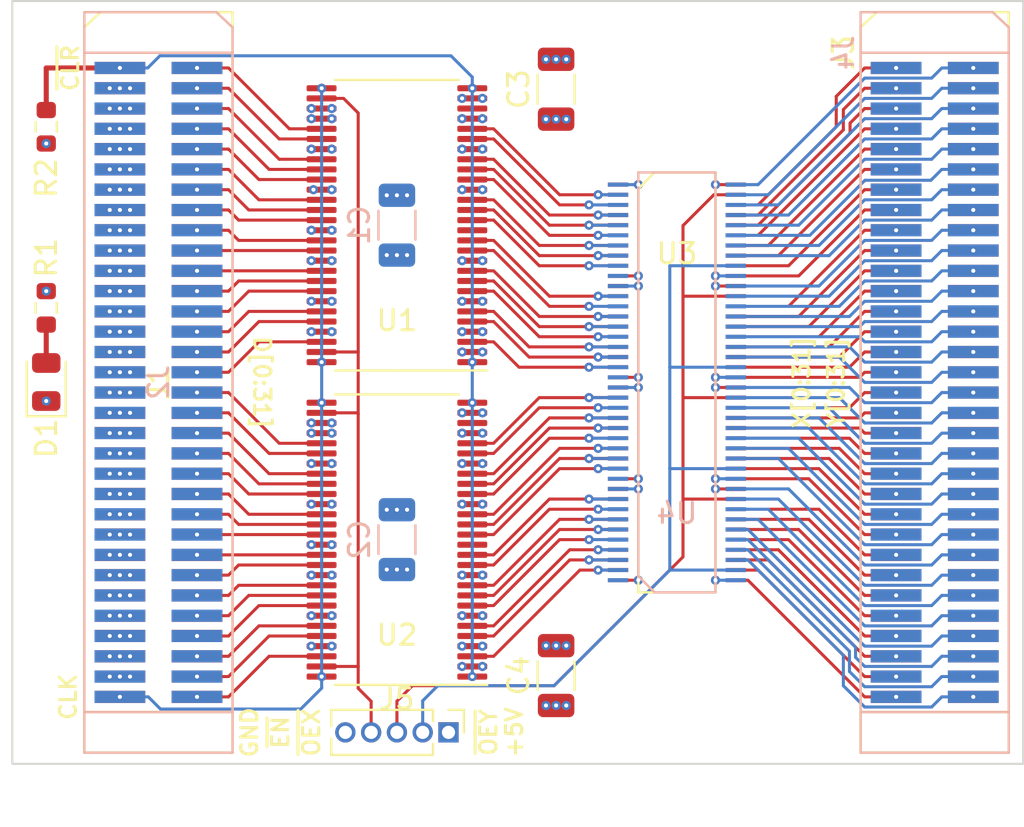
<source format=kicad_pcb>
(kicad_pcb (version 20211014) (generator pcbnew)
  (layers (0 "F.Cu" signal) (1 "In1.Cu" power "GND") (2 "In2.Cu" power "PWR") (31 "B.Cu" signal) (34 "B.Paste" user) (35 "F.Paste" user) (36 "B.SilkS" user "B.Silkscreen") (37 "F.SilkS" user "F.Silkscreen") (38 "B.Mask" user) (39 "F.Mask" user) (44 "Edge.Cuts" user))
  (net 0 "")
  (net 1 "+5V")
  (net 2 "GND")
  (net 3 "Net-(D1-Pad2)")
  (net 4 "/~{CLR}")
  (net 5 "/~{EN}")
  (net 6 "/CLK")
  (net 7 "/~{OEX}")
  (net 8 "/~{OEY}")
  (net 9 "/D31")
  (net 10 "/D30")
  (net 11 "/D29")
  (net 12 "/D28")
  (net 13 "/D27")
  (net 14 "/D26")
  (net 15 "/D25")
  (net 16 "/D24")
  (net 17 "/D23")
  (net 18 "/D22")
  (net 19 "/D21")
  (net 20 "/D20")
  (net 21 "/D19")
  (net 22 "/D18")
  (net 23 "/D17")
  (net 24 "/D16")
  (net 25 "/D15")
  (net 26 "/D14")
  (net 27 "/D13")
  (net 28 "/D12")
  (net 29 "/D11")
  (net 30 "/D10")
  (net 31 "/D9")
  (net 32 "/D8")
  (net 33 "/D7")
  (net 34 "/D6")
  (net 35 "/D5")
  (net 36 "/D4")
  (net 37 "/D3")
  (net 38 "/D2")
  (net 39 "/D1")
  (net 40 "/D0")
  (net 41 "/X0")
  (net 42 "/X1")
  (net 43 "/X2")
  (net 44 "/X3")
  (net 45 "/X4")
  (net 46 "/X5")
  (net 47 "/X6")
  (net 48 "/X7")
  (net 49 "/X8")
  (net 50 "/X9")
  (net 51 "/X10")
  (net 52 "/X11")
  (net 53 "/X12")
  (net 54 "/X13")
  (net 55 "/X14")
  (net 56 "/X15")
  (net 57 "/X16")
  (net 58 "/X17")
  (net 59 "/X18")
  (net 60 "/X19")
  (net 61 "/X20")
  (net 62 "/X21")
  (net 63 "/X22")
  (net 64 "/X23")
  (net 65 "/X24")
  (net 66 "/X25")
  (net 67 "/X26")
  (net 68 "/X28")
  (net 69 "/X29")
  (net 70 "/X30")
  (net 71 "/X31")
  (net 72 "/Y31")
  (net 73 "/Y30")
  (net 74 "/Y29")
  (net 75 "/Y28")
  (net 76 "/Y26")
  (net 77 "/Y25")
  (net 78 "/Y24")
  (net 79 "/Y23")
  (net 80 "/Y22")
  (net 81 "/Y21")
  (net 82 "/Y20")
  (net 83 "/Y19")
  (net 84 "/Y18")
  (net 85 "/Y17")
  (net 86 "/Y16")
  (net 87 "/Y15")
  (net 88 "/Y14")
  (net 89 "/Y13")
  (net 90 "/Y12")
  (net 91 "/Y11")
  (net 92 "/Y10")
  (net 93 "/Y9")
  (net 94 "/Y8")
  (net 95 "/Y7")
  (net 96 "/Y6")
  (net 97 "/Y5")
  (net 98 "/Y4")
  (net 99 "/Y3")
  (net 100 "/Y2")
  (net 101 "/Y1")
  (net 102 "/Y0")
  (net 103 "/Q0")
  (net 104 "/Q1")
  (net 105 "/Q2")
  (net 106 "/Q3")
  (net 107 "/Q4")
  (net 108 "/Q5")
  (net 109 "/Q6")
  (net 110 "/Q7")
  (net 112 "/Q8")
  (net 113 "/Q9")
  (net 114 "/Q10")
  (net 115 "/Q11")
  (net 116 "/Q12")
  (net 117 "/Q13")
  (net 118 "/Q14")
  (net 119 "/Q15")
  (net 121 "/Q16")
  (net 122 "/Q17")
  (net 123 "/Q18")
  (net 124 "/Q19")
  (net 125 "/Q20")
  (net 126 "/Q21")
  (net 127 "/Q22")
  (net 128 "/Q23")
  (net 130 "/Q24")
  (net 131 "/Q25")
  (net 132 "/Q26")
  (net 133 "/Q27")
  (net 134 "/Q28")
  (net 135 "/Q29")
  (net 136 "/Q30")
  (net 137 "/Q31")
  (net 139 "/X27")
  (net 140 "/Y27")
  (footprint "Package_SO:TSSOP-56_6.1x14mm_P0.5mm" (layer "F.Cu") (at 91.0115 83.34 180)
    (fp_text reference "U2")
    (fp_text value "CY74FCT16823CT")
  )
  (footprint "Resistor_SMD:R_0603_1608Metric" (layer "F.Cu") (at 73.7365 71.915 -90)
    (fp_text reference "R1")
    (fp_text value "4k7")
  )
  (footprint "Connector_PinHeader_1.27mm:PinHeader_1x05_P1.27mm_Vertical" (layer "F.Cu") (at 93.5515 92.84 -90)
    (fp_text reference "J5")
    (fp_text value "Conn_01x03")
  )
  (footprint "MountingHole:MountingHole_3.2mm_M3" (layer "F.Cu") (at 104.804 60.790001)
    (fp_text reference "REF**" hide)
    (fp_text value "MountingHole_3.2mm_M3")
  )
  (footprint "MountingHole:MountingHole_3.2mm_M3" (layer "F.Cu") (at 104.804 90.390001)
    (fp_text reference "REF**" hide)
    (fp_text value "MountingHole_3.2mm_M3")
  )
  (footprint "Connector_JiLN:JiLN_3712-F_M-064" (layer "F.Cu") (at 117.504 75.590001 -90)
    (fp_text reference "J3")
    (fp_text value "Conn_02x32_Odd_Even")
  )
  (footprint "Capacitor_SMD:C_1206_3216Metric" (layer "F.Cu") (at 98.854 90.040001 90)
    (fp_text reference "C4")
    (fp_text value "104")
  )
  (footprint "Package_SO:TSSOP-56_6.1x14mm_P0.5mm" (layer "F.Cu") (at 91.0115 67.84 180)
    (fp_text reference "U1")
    (fp_text value "CY74FCT16823CT")
  )
  (footprint "Connector_JiLN:JiLN_3712-F_M-064" (layer "F.Cu") (at 79.264 75.590001 -90)
    (fp_text reference "J1")
    (fp_text value "Conn_02x32_Odd_Even")
  )
  (footprint "Resistor_SMD:R_0603_1608Metric" (layer "F.Cu") (at 73.7365 62.990001 90)
    (fp_text reference "R2")
    (fp_text value "10k")
  )
  (footprint "Capacitor_SMD:C_1206_3216Metric" (layer "F.Cu") (at 98.854 61.138 90)
    (fp_text reference "C3")
    (fp_text value "104")
  )
  (footprint "LED_SMD:LED_0805_2012Metric" (layer "F.Cu") (at 73.7365 75.57 90)
    (fp_text reference "D1")
    (fp_text value "LED")
  )
  (footprint "Package_SO:QVSOP-80_3.8x20.4mm_P0.5mm" (layer "F.Cu") (at 104.804 75.59 -90)
    (fp_text reference "U3")
    (fp_text value "QS34X245Q3G")
  )
  (footprint "Capacitor_SMD:C_1206_3216Metric" (layer "B.Cu") (at 91.0115 83.34 -90)
    (fp_text reference "C2")
    (fp_text value "104")
  )
  (footprint "Capacitor_SMD:C_1206_3216Metric" (layer "B.Cu") (at 91.0115 67.84 -90)
    (fp_text reference "C1")
    (fp_text value "104")
  )
  (footprint "Connector_JiLN:JiLN_3712-F_M-064" (layer "B.Cu") (at 79.264 75.59 -90)
    (fp_text reference "J2")
    (fp_text value "Conn_02x32_Odd_Even")
  )
  (footprint "Connector_JiLN:JiLN_3712-F_M-064" (layer "B.Cu") (at 117.504 75.59 -90)
    (fp_text reference "J4")
    (fp_text value "Conn_02x32_Odd_Even")
  )
  (footprint "Package_SO:QVSOP-80_3.8x20.4mm_P0.5mm" (layer "B.Cu") (at 104.804 75.59 90)
    (fp_text reference "U4")
    (fp_text value "QS34X245Q3G")
  )
  (gr_rect (start 72.064 56.790001) (end 121.864 94.390001) (layer "Edge.Cuts") (width 0.1) (fill none))
  (gr_text "Y[0:31]" (at 112.654 75.590001 90) (layer "F.SilkS") (effects (font (size 0.8 0.8))))
  (gr_text "~{OEX}" (at 86.798 92.84 90) (layer "F.SilkS") (effects (font (size 0.8 0.8))))
  (gr_text "D[0:31]" (at 84.364 75.590001 270) (layer "F.SilkS") (effects (font (size 0.8 0.8))))
  (gr_text "CLK" (at 74.814 91.090002 90) (layer "F.SilkS") (effects (font (size 0.8 0.8))))
  (gr_text "GND" (at 83.75 92.840001 90) (layer "F.SilkS") (effects (font (size 0.8 0.8))))
  (gr_text "~{CLR}" (at 74.9235 60.090001 90) (layer "F.SilkS") (effects (font (size 0.8 0.8))))
  (gr_text "~{EN}" (at 85.274 92.840001 90) (layer "F.SilkS") (effects (font (size 0.8 0.8))))
  (gr_text "+5V" (at 96.794 92.840001 90) (layer "F.SilkS") (effects (font (size 0.8 0.8))))
  (gr_text "~{OEY}" (at 95.524 92.840001 90) (layer "F.SilkS") (effects (font (size 0.8 0.8))))
  (gr_text "X[0:31]" (at 110.954 75.590001 90) (layer "F.SilkS") (effects (font (size 0.8 0.8))))
  (segment (start 107.704 75.84) (end 106.704 75.84) (width 0.15) (layer "F.Cu") (net 1))
  (segment (start 107.704 65.84) (end 106.704 65.84) (width 0.15) (layer "F.Cu") (net 1))
  (segment (start 107.704 70.84) (end 106.704 70.84) (width 0.15) (layer "F.Cu") (net 1))
  (segment (start 107.704 80.84) (end 106.704 80.84) (width 0.15) (layer "F.Cu") (net 1))
  (via (at 77.364 61.090001) (size 0.45) (drill 0.2) (layers "F.Cu" "B.Cu") (net 1))
  (via (at 76.864 63.090001) (size 0.45) (drill 0.2) (layers "F.Cu" "B.Cu") (net 1))
  (via (at 77.364 66.090001) (size 0.45) (drill 0.2) (layers "F.Cu" "B.Cu") (net 1))
  (via (at 77.364 64.090001) (size 0.45) (drill 0.2) (layers "F.Cu" "B.Cu") (net 1))
  (via (at 98.354 62.615001) (size 0.45) (drill 0.2) (layers "F.Cu" "B.Cu") (net 1))
  (via (at 76.864 64.090001) (size 0.45) (drill 0.2) (layers "F.Cu" "B.Cu") (net 1))
  (via (at 106.704 70.84) (size 0.45) (drill 0.2) (layers "F.Cu" "B.Cu") (net 1))
  (via (at 94.224 71.59) (size 0.45) (drill 0.2) (layers "F.Cu" "B.Cu") (net 1))
  (via (at 94.224 64.09) (size 0.45) (drill 0.2) (layers "F.Cu" "B.Cu") (net 1))
  (via (at 86.799 87.09) (size 0.45) (drill 0.2) (layers "F.Cu" "B.Cu") (net 1))
  (via (at 106.704 70.34) (size 0.45) (drill 0.2) (layers "F.Cu" "B.Cu") (net 1))
  (via (at 77.864 65.090001) (size 0.45) (drill 0.2) (layers "F.Cu" "B.Cu") (net 1))
  (via (at 77.364 73.090001) (size 0.45) (drill 0.2) (layers "F.Cu" "B.Cu") (net 1))
  (via (at 76.864 62.090001) (size 0.45) (drill 0.2) (layers "F.Cu" "B.Cu") (net 1))
  (via (at 73.7365 71.09) (size 0.45) (drill 0.2) (layers "F.Cu" "B.Cu") (net 1))
  (via (at 91.0115 66.365) (size 0.45) (drill 0.2) (layers "F.Cu" "B.Cu") (net 1))
  (via (at 95.224 71.59) (size 0.45) (drill 0.2) (layers "F.Cu" "B.Cu") (net 1))
  (via (at 106.704 75.84) (size 0.45) (drill 0.2) (layers "F.Cu" "B.Cu") (net 1))
  (via (at 76.864 65.090001) (size 0.45) (drill 0.2) (layers "F.Cu" "B.Cu") (net 1))
  (via (at 87.799 71.59) (size 0.45) (drill 0.2) (layers "F.Cu" "B.Cu") (net 1))
  (via (at 77.364 67.090001) (size 0.45) (drill 0.2) (layers "F.Cu" "B.Cu") (net 1))
  (via (at 76.864 61.090001) (size 0.45) (drill 0.2) (layers "F.Cu" "B.Cu") (net 1))
  (via (at 98.854 91.513) (size 0.45) (drill 0.2) (layers "F.Cu" "B.Cu") (net 1))
  (via (at 77.364 74.090001) (size 0.45) (drill 0.2) (layers "F.Cu" "B.Cu") (net 1))
  (via (at 106.704 80.84) (size 0.45) (drill 0.2) (layers "F.Cu" "B.Cu") (net 1))
  (via (at 94.224 79.59) (size 0.45) (drill 0.2) (layers "F.Cu" "B.Cu") (net 1))
  (via (at 76.864 72.090001) (size 0.45) (drill 0.2) (layers "F.Cu" "B.Cu") (net 1))
  (via (at 77.364 68.090001) (size 0.45) (drill 0.2) (layers "F.Cu" "B.Cu") (net 1))
  (via (at 77.864 69.090001) (size 0.45) (drill 0.2) (layers "F.Cu" "B.Cu") (net 1))
  (via (at 77.364 63.090001) (size 0.45) (drill 0.2) (layers "F.Cu" "B.Cu") (net 1))
  (via (at 77.864 68.090001) (size 0.45) (drill 0.2) (layers "F.Cu" "B.Cu") (net 1))
  (via (at 77.364 65.090001) (size 0.45) (drill 0.2) (layers "F.Cu" "B.Cu") (net 1))
  (via (at 76.864 68.090001) (size 0.45) (drill 0.2) (layers "F.Cu" "B.Cu") (net 1))
  (via (at 77.864 67.090001) (size 0.45) (drill 0.2) (layers "F.Cu" "B.Cu") (net 1))
  (via (at 87.799 64.09) (size 0.45) (drill 0.2) (layers "F.Cu" "B.Cu") (net 1))
  (via (at 99.354 62.615001) (size 0.45) (drill 0.2) (layers "F.Cu" "B.Cu") (net 1))
  (via (at 77.364 62.090001) (size 0.45) (drill 0.2) (layers "F.Cu" "B.Cu") (net 1))
  (via (at 86.799 71.59) (size 0.45) (drill 0.2) (layers "F.Cu" "B.Cu") (net 1))
  (via (at 95.224 64.09) (size 0.45) (drill 0.2) (layers "F.Cu" "B.Cu") (net 1))
  (via (at 77.864 63.090001) (size 0.45) (drill 0.2) (layers "F.Cu" "B.Cu") (net 1))
  (via (at 77.864 62.090001) (size 0.45) (drill 0.2) (layers "F.Cu" "B.Cu") (net 1))
  (via (at 77.864 71.090001) (size 0.45) (drill 0.2) (layers "F.Cu" "B.Cu") (net 1))
  (via (at 106.704 65.84) (size 0.45) (drill 0.2) (layers "F.Cu" "B.Cu") (net 1))
  (via (at 76.864 67.090001) (size 0.45) (drill 0.2) (layers "F.Cu" "B.Cu") (net 1))
  (via (at 76.864 70.090001) (size 0.45) (drill 0.2) (layers "F.Cu" "B.Cu") (net 1))
  (via (at 77.364 69.090001) (size 0.45) (drill 0.2) (layers "F.Cu" "B.Cu") (net 1))
  (via (at 77.864 72.090001) (size 0.45) (drill 0.2) (layers "F.Cu" "B.Cu") (net 1))
  (via (at 77.364 72.090001) (size 0.45) (drill 0.2) (layers "F.Cu" "B.Cu") (net 1))
  (via (at 98.354 91.515001) (size 0.45) (drill 0.2) (layers "F.Cu" "B.Cu") (net 1))
  (via (at 94.224 87.09) (size 0.45) (drill 0.2) (layers "F.Cu" "B.Cu") (net 1))
  (via (at 91.5115 81.865) (size 0.45) (drill 0.2) (layers "F.Cu" "B.Cu") (net 1))
  (via (at 76.864 74.090001) (size 0.45) (drill 0.2) (layers "F.Cu" "B.Cu") (net 1))
  (via (at 98.854 62.613) (size 0.45) (drill 0.2) (layers "F.Cu" "B.Cu") (net 1))
  (via (at 106.704 75.34) (size 0.45) (drill 0.2) (layers "F.Cu" "B.Cu") (net 1))
  (via (at 106.704 85.34) (size 0.45) (drill 0.2) (layers "F.Cu" "B.Cu") (net 1))
  (via (at 95.224 87.09) (size 0.45) (drill 0.2) (layers "F.Cu" "B.Cu") (net 1))
  (via (at 86.799 79.59) (size 0.45) (drill 0.2) (layers "F.Cu" "B.Cu") (net 1))
  (via (at 76.864 73.090001) (size 0.45) (drill 0.2) (layers "F.Cu" "B.Cu") (net 1))
  (via (at 95.224 79.59) (size 0.45) (drill 0.2) (layers "F.Cu" "B.Cu") (net 1))
  (via (at 77.364 70.090001) (size 0.45) (drill 0.2) (layers "F.Cu" "B.Cu") (net 1))
  (via (at 77.364 71.090001) (size 0.45) (drill 0.2) (layers "F.Cu" "B.Cu") (net 1))
  (via (at 77.864 70.090001) (size 0.45) (drill 0.2) (layers "F.Cu" "B.Cu") (net 1))
  (via (at 73.7365 63.815001) (size 0.45) (drill 0.2) (layers "F.Cu" "B.Cu") (net 1))
  (via (at 77.864 64.090001) (size 0.45) (drill 0.2) (layers "F.Cu" "B.Cu") (net 1))
  (via (at 90.5115 81.865) (size 0.45) (drill 0.2) (layers "F.Cu" "B.Cu") (net 1))
  (via (at 91.5115 66.365) (size 0.45) (drill 0.2) (layers "F.Cu" "B.Cu") (net 1))
  (via (at 76.864 66.090001) (size 0.45) (drill 0.2) (layers "F.Cu" "B.Cu") (net 1))
  (via (at 99.354 91.515001) (size 0.45) (drill 0.2) (layers "F.Cu" "B.Cu") (net 1))
  (via (at 87.799 87.09) (size 0.45) (drill 0.2) (layers "F.Cu" "B.Cu") (net 1))
  (via (at 106.704 80.34) (size 0.45) (drill 0.2) (layers "F.Cu" "B.Cu") (net 1))
  (via (at 87.799 79.59) (size 0.45) (drill 0.2) (layers "F.Cu" "B.Cu") (net 1))
  (via (at 77.864 61.090001) (size 0.45) (drill 0.2) (layers "F.Cu" "B.Cu") (net 1))
  (via (at 86.799 64.09) (size 0.45) (drill 0.2) (layers "F.Cu" "B.Cu") (net 1))
  (via (at 76.864 69.090001) (size 0.45) (drill 0.2) (layers "F.Cu" "B.Cu") (net 1))
  (via (at 91.0115 81.865) (size 0.45) (drill 0.2) (layers "F.Cu" "B.Cu") (net 1))
  (via (at 76.864 71.090001) (size 0.45) (drill 0.2) (layers "F.Cu" "B.Cu") (net 1))
  (via (at 77.864 66.090001) (size 0.45) (drill 0.2) (layers "F.Cu" "B.Cu") (net 1))
  (via (at 77.864 73.090001) (size 0.45) (drill 0.2) (layers "F.Cu" "B.Cu") (net 1))
  (via (at 77.864 74.090001) (size 0.45) (drill 0.2) (layers "F.Cu" "B.Cu") (net 1))
  (via (at 90.5115 66.365) (size 0.45) (drill 0.2) (layers "F.Cu" "B.Cu") (net 1))
  (segment (start 107.704 80.34) (end 106.704 80.34) (width 0.15) (layer "B.Cu") (net 1))
  (segment (start 107.704 75.34) (end 106.704 75.34) (width 0.15) (layer "B.Cu") (net 1))
  (segment (start 107.704 70.34) (end 106.704 70.34) (width 0.15) (layer "B.Cu") (net 1))
  (segment (start 107.704 85.34) (end 106.704 85.34) (width 0.15) (layer "B.Cu") (net 1))
  (segment (start 101.904 75.34) (end 102.904 75.34) (width 0.15) (layer "F.Cu") (net 2))
  (segment (start 101.904 80.34) (end 102.904 80.34) (width 0.15) (layer "F.Cu") (net 2))
  (segment (start 101.904 85.34) (end 102.904 85.34) (width 0.15) (layer "F.Cu") (net 2))
  (segment (start 101.904 70.34) (end 102.904 70.34) (width 0.15) (layer "F.Cu") (net 2))
  (via (at 86.799 73.09) (size 0.45) (drill 0.2) (layers "F.Cu" "B.Cu") (net 2))
  (via (at 86.799 77.59) (size 0.45) (drill 0.2) (layers "F.Cu" "B.Cu") (net 2))
  (via (at 77.864 76.090001) (size 0.45) (drill 0.2) (layers "F.Cu" "B.Cu") (net 2))
  (via (at 102.904 75.84) (size 0.45) (drill 0.2) (layers "F.Cu" "B.Cu") (net 2))
  (via (at 102.904 65.84) (size 0.45) (drill 0.2) (layers "F.Cu" "B.Cu") (net 2))
  (via (at 77.864 80.090001) (size 0.45) (drill 0.2) (layers "F.Cu" "B.Cu") (net 2))
  (via (at 76.864 78.090001) (size 0.45) (drill 0.2) (layers "F.Cu" "B.Cu") (net 2))
  (via (at 87.799 66.09) (size 0.45) (drill 0.2) (layers "F.Cu" "B.Cu") (net 2))
  (via (at 77.864 82.090001) (size 0.45) (drill 0.2) (layers "F.Cu" "B.Cu") (net 2))
  (via (at 86.799 83.59) (size 0.45) (drill 0.2) (layers "F.Cu" "B.Cu") (net 2))
  (via (at 77.864 83.090001) (size 0.45) (drill 0.2) (layers "F.Cu" "B.Cu") (net 2))
  (via (at 77.364 88.090001) (size 0.45) (drill 0.2) (layers "F.Cu" "B.Cu") (net 2))
  (via (at 77.364 85.090001) (size 0.45) (drill 0.2) (layers "F.Cu" "B.Cu") (net 2))
  (via (at 77.864 85.090001) (size 0.45) (drill 0.2) (layers "F.Cu" "B.Cu") (net 2))
  (via (at 94.224 77.09) (size 0.45) (drill 0.2) (layers "F.Cu" "B.Cu") (net 2))
  (via (at 94.224 62.59) (size 0.45) (drill 0.2) (layers "F.Cu" "B.Cu") (net 2))
  (via (at 94.224 81.59) (size 0.45) (drill 0.2) (layers "F.Cu" "B.Cu") (net 2))
  (via (at 86.799 85.09) (size 0.45) (drill 0.2) (layers "F.Cu" "B.Cu") (net 2))
  (via (at 77.364 76.090001) (size 0.45) (drill 0.2) (layers "F.Cu" "B.Cu") (net 2))
  (via (at 90.5115 84.815) (size 0.45) (drill 0.2) (layers "F.Cu" "B.Cu") (net 2))
  (via (at 98.854 88.565001) (size 0.45) (drill 0.2) (layers "F.Cu" "B.Cu") (net 2))
  (via (at 87.799 88.59) (size 0.45) (drill 0.2) (layers "F.Cu" "B.Cu") (net 2))
  (via (at 76.864 76.090001) (size 0.45) (drill 0.2) (layers "F.Cu" "B.Cu") (net 2))
  (via (at 76.864 75.090001) (size 0.45) (drill 0.2) (layers "F.Cu" "B.Cu") (net 2))
  (via (at 102.904 80.34) (size 0.45) (drill 0.2) (layers "F.Cu" "B.Cu") (net 2))
  (via (at 77.364 84.090001) (size 0.45) (drill 0.2) (layers "F.Cu" "B.Cu") (net 2))
  (via (at 98.354 59.663) (size 0.45) (drill 0.2) (layers "F.Cu" "B.Cu") (net 2))
  (via (at 77.864 87.090001) (size 0.45) (drill 0.2) (layers "F.Cu" "B.Cu") (net 2))
  (via (at 87.799 78.09) (size 0.45) (drill 0.2) (layers "F.Cu" "B.Cu") (net 2))
  (via (at 95.224 85.09) (size 0.45) (drill 0.2) (layers "F.Cu" "B.Cu") (net 2))
  (via (at 95.224 66.09) (size 0.45) (drill 0.2) (layers "F.Cu" "B.Cu") (net 2))
  (via (at 94.224 88.59) (size 0.45) (drill 0.2) (layers "F.Cu" "B.Cu") (net 2))
  (via (at 77.364 80.090001) (size 0.45) (drill 0.2) (layers "F.Cu" "B.Cu") (net 2))
  (via (at 95.224 88.59) (size 0.45) (drill 0.2) (layers "F.Cu" "B.Cu") (net 2))
  (via (at 91.0115 69.315) (size 0.45) (drill 0.2) (layers "F.Cu" "B.Cu") (net 2))
  (via (at 77.364 77.090001) (size 0.45) (drill 0.2) (layers "F.Cu" "B.Cu") (net 2))
  (via (at 77.864 78.090001) (size 0.45) (drill 0.2) (layers "F.Cu" "B.Cu") (net 2))
  (via (at 94.224 89.59) (size 0.45) (drill 0.2) (layers "F.Cu" "B.Cu") (net 2))
  (via (at 86.799 68.09) (size 0.45) (drill 0.2) (layers "F.Cu" "B.Cu") (net 2))
  (via (at 77.864 86.090001) (size 0.45) (drill 0.2) (layers "F.Cu" "B.Cu") (net 2))
  (via (at 95.224 62.59) (size 0.45) (drill 0.2) (layers "F.Cu" "B.Cu") (net 2))
  (via (at 94.224 69.59) (size 0.45) (drill 0.2) (layers "F.Cu" "B.Cu") (net 2))
  (via (at 87.799 83.59) (size 0.45) (drill 0.2) (layers "F.Cu" "B.Cu") (net 2))
  (via (at 76.864 81.090001) (size 0.45) (drill 0.2) (layers "F.Cu" "B.Cu") (net 2))
  (via (at 95.224 74.09) (size 0.45) (drill 0.2) (layers "F.Cu" "B.Cu") (net 2))
  (via (at 90.5115 69.315) (size 0.45) (drill 0.2) (layers "F.Cu" "B.Cu") (net 2))
  (via (at 76.864 88.090001) (size 0.45) (drill 0.2) (layers "F.Cu" "B.Cu") (net 2))
  (via (at 91.5115 84.815) (size 0.45) (drill 0.2) (layers "F.Cu" "B.Cu") (net 2))
  (via (at 99.354 88.563) (size 0.45) (drill 0.2) (layers "F.Cu" "B.Cu") (net 2))
  (via (at 87.799 69.59) (size 0.45) (drill 0.2) (layers "F.Cu" "B.Cu") (net 2))
  (via (at 86.799 78.09) (size 0.45) (drill 0.2) (layers "F.Cu" "B.Cu") (net 2))
  (via (at 95.224 89.59) (size 0.45) (drill 0.2) (layers "F.Cu" "B.Cu") (net 2))
  (via (at 77.364 90.090001) (size 0.45) (drill 0.2) (layers "F.Cu" "B.Cu") (net 2))
  (via (at 77.364 83.090001) (size 0.45) (drill 0.2) (layers "F.Cu" "B.Cu") (net 2))
  (via (at 91.5115 69.315) (size 0.45) (drill 0.2) (layers "F.Cu" "B.Cu") (net 2))
  (via (at 77.364 75.090001) (size 0.45) (drill 0.2) (layers "F.Cu" "B.Cu") (net 2))
  (via (at 102.904 80.84) (size 0.45) (drill 0.2) (layers "F.Cu" "B.Cu") (net 2))
  (via (at 77.864 89.090001) (size 0.45) (drill 0.2) (layers "F.Cu" "B.Cu") (net 2))
  (via (at 77.364 81.090001) (size 0.45) (drill 0.2) (layers "F.Cu" "B.Cu") (net 2))
  (via (at 86.799 69.59) (size 0.45) (drill 0.2) (layers "F.Cu" "B.Cu") (net 2))
  (via (at 87.799 77.59) (size 0.45) (drill 0.2) (layers "F.Cu" "B.Cu") (net 2))
  (via (at 77.364 89.090001) (size 0.45) (drill 0.2) (layers "F.Cu" "B.Cu") (net 2))
  (via (at 95.224 61.59) (size 0.45) (drill 0.2) (layers "F.Cu" "B.Cu") (net 2))
  (via (at 77.864 88.090001) (size 0.45) (drill 0.2) (layers "F.Cu" "B.Cu") (net 2))
  (via (at 76.864 77.090001) (size 0.45) (drill 0.2) (layers "F.Cu" "B.Cu") (net 2))
  (via (at 77.864 84.090001) (size 0.45) (drill 0.2) (layers "F.Cu" "B.Cu") (net 2))
  (via (at 77.864 81.090001) (size 0.45) (drill 0.2) (layers "F.Cu" "B.Cu") (net 2))
  (via (at 95.224 77.09) (size 0.45) (drill 0.2) (layers "F.Cu" "B.Cu") (net 2))
  (via (at 76.864 80.090001) (size 0.45) (drill 0.2) (layers "F.Cu" "B.Cu") (net 2))
  (via (at 94.224 74.09) (size 0.45) (drill 0.2) (layers "F.Cu" "B.Cu") (net 2))
  (via (at 95.224 78.09) (size 0.45) (drill 0.2) (layers "F.Cu" "B.Cu") (net 2))
  (via (at 87.799 62.59) (size 0.45) (drill 0.2) (layers "F.Cu" "B.Cu") (net 2))
  (via (at 86.899 66.09) (size 0.45) (drill 0.2) (layers "F.Cu" "B.Cu") (net 2))
  (via (at 94.224 78.09) (size 0.45) (drill 0.2) (layers "F.Cu" "B.Cu") (net 2))
  (via (at 76.864 79.090001) (size 0.45) (drill 0.2) (layers "F.Cu" "B.Cu") (net 2))
  (via (at 99.354 59.663) (size 0.45) (drill 0.2) (layers "F.Cu" "B.Cu") (net 2))
  (via (at 77.364 79.090001) (size 0.45) (drill 0.2) (layers "F.Cu" "B.Cu") (net 2))
  (via (at 102.904 85.34) (size 0.45) (drill 0.2) (layers "F.Cu" "B.Cu") (net 2))
  (via (at 87.799 81.59) (size 0.45) (drill 0.2) (layers "F.Cu" "B.Cu") (net 2))
  (via (at 76.864 86.090001) (size 0.45) (drill 0.2) (layers "F.Cu" "B.Cu") (net 2))
  (via (at 95.224 73.09) (size 0.45) (drill 0.2) (layers "F.Cu" "B.Cu") (net 2))
  (via (at 76.864 90.090001) (size 0.45) (drill 0.2) (layers "F.Cu" "B.Cu") (net 2))
  (via (at 94.224 85.09) (size 0.45) (drill 0.2) (layers "F.Cu" "B.Cu") (net 2))
  (via (at 86.799 62.59) (size 0.45) (drill 0.2) (layers "F.Cu" "B.Cu") (net 2))
  (via (at 76.864 89.090001) (size 0.45) (drill 0.2) (layers "F.Cu" "B.Cu") (net 2))
  (via (at 94.224 66.09) (size 0.45) (drill 0.2) (layers "F.Cu" "B.Cu") (net 2))
  (via (at 86.799 88.59) (size 0.45) (drill 0.2) (layers "F.Cu" "B.Cu") (net 2))
  (via (at 94.224 61.59) (size 0.45) (drill 0.2) (layers "F.Cu" "B.Cu") (net 2))
  (via (at 86.799 81.59) (size 0.45) (drill 0.2) (layers "F.Cu" "B.Cu") (net 2))
  (via (at 77.364 87.090001) (size 0.45) (drill 0.2) (layers "F.Cu" "B.Cu") (net 2))
  (via (at 95.224 81.59) (size 0.45) (drill 0.2) (layers "F.Cu" "B.Cu") (net 2))
  (via (at 87.799 73.09) (size 0.45) (drill 0.2) (layers "F.Cu" "B.Cu") (net 2))
  (via (at 73.7365 76.5075) (size 0.45) (drill 0.2) (layers "F.Cu" "B.Cu") (net 2))
  (via (at 87.799 62.09) (size 0.45) (drill 0.2) (layers "F.Cu" "B.Cu") (net 2))
  (via (at 98.354 88.563) (size 0.45) (drill 0.2) (layers "F.Cu" "B.Cu") (net 2))
  (via (at 102.904 70.84) (size 0.45) (drill 0.2) (layers "F.Cu" "B.Cu") (net 2))
  (via (at 102.904 75.34) (size 0.45) (drill 0.2) (layers "F.Cu" "B.Cu") (net 2))
  (via (at 77.364 78.090001) (size 0.45) (drill 0.2) (layers "F.Cu" "B.Cu") (net 2))
  (via (at 77.364 82.090001) (size 0.45) (drill 0.2) (layers "F.Cu" "B.Cu") (net 2))
  (via (at 77.864 77.090001) (size 0.45) (drill 0.2) (layers "F.Cu" "B.Cu") (net 2))
  (via (at 76.864 85.090001) (size 0.45) (drill 0.2) (layers "F.Cu" "B.Cu") (net 2))
  (via (at 76.864 83.090001) (size 0.45) (drill 0.2) (layers "F.Cu" "B.Cu") (net 2))
  (via (at 76.864 84.090001) (size 0.45) (drill 0.2) (layers "F.Cu" "B.Cu") (net 2))
  (via (at 77.364 86.090001) (size 0.45) (drill 0.2) (layers "F.Cu" "B.Cu") (net 2))
  (via (at 77.864 75.090001) (size 0.45) (drill 0.2) (layers "F.Cu" "B.Cu") (net 2))
  (via (at 77.864 90.090001) (size 0.45) (drill 0.2) (layers "F.Cu" "B.Cu") (net 2))
  (via (at 95.224 69.59) (size 0.45) (drill 0.2) (layers "F.Cu" "B.Cu") (net 2))
  (via (at 94.224 73.09) (size 0.45) (drill 0.2) (layers "F.Cu" "B.Cu") (net 2))
  (via (at 87.799 68.09) (size 0.45) (drill 0.2) (layers "F.Cu" "B.Cu") (net 2))
  (via (at 98.854 59.663) (size 0.45) (drill 0.2) (layers "F.Cu" "B.Cu") (net 2))
  (via (at 91.0115 84.815) (size 0.45) (drill 0.2) (layers "F.Cu" "B.Cu") (net 2))
  (via (at 76.864 87.090001) (size 0.45) (drill 0.2) (layers "F.Cu" "B.Cu") (net 2))
  (via (at 87.799 85.09) (size 0.45) (drill 0.2) (layers "F.Cu" "B.Cu") (net 2))
  (via (at 86.799 62.09) (size 0.45) (drill 0.2) (layers "F.Cu" "B.Cu") (net 2))
  (via (at 77.864 79.090001) (size 0.45) (drill 0.2) (layers "F.Cu" "B.Cu") (net 2))
  (via (at 76.864 82.090001) (size 0.45) (drill 0.2) (layers "F.Cu" "B.Cu") (net 2))
  (via (at 102.904 70.34) (size 0.45) (drill 0.2) (layers "F.Cu" "B.Cu") (net 2))
  (segment (start 101.904 80.84) (end 102.904 80.84) (width 0.15) (layer "B.Cu") (net 2))
  (segment (start 101.904 75.84) (end 102.904 75.84) (width 0.15) (layer "B.Cu") (net 2))
  (segment (start 101.904 70.84) (end 102.904 70.84) (width 0.15) (layer "B.Cu") (net 2))
  (segment (start 101.904 65.84) (end 102.904 65.84) (width 0.15) (layer "B.Cu") (net 2))
  (segment (start 73.7365 72.74) (end 73.7365 74.6325) (width 0.25) (layer "F.Cu") (net 3))
  (segment (start 73.7365 60.09) (end 77.364001 60.09) (width 0.25) (layer "F.Cu") (net 4))
  (segment (start 77.364 60.090001) (end 77.364001 60.09) (width 0.15) (layer "F.Cu") (net 4))
  (segment (start 73.7365 60.09) (end 73.7365 62.165001) (width 0.25) (layer "F.Cu") (net 4))
  (via (at 94.724 61.09) (size 0.45) (drill 0.2) (layers "F.Cu" "B.Cu") (net 4))
  (via (at 94.724 90.09) (size 0.45) (drill 0.2) (layers "F.Cu" "B.Cu") (net 4))
  (via (at 94.724 74.59) (size 0.45) (drill 0.2) (layers "F.Cu" "B.Cu") (net 4))
  (via (at 77.364001 60.09) (size 0.45) (drill 0.2) (layers "F.Cu" "B.Cu") (net 4))
  (via (at 94.724 76.59) (size 0.45) (drill 0.2) (layers "F.Cu" "B.Cu") (net 4))
  (segment (start 93.673999 59.49) (end 94.724 60.54) (width 0.15) (layer "B.Cu") (net 4))
  (segment (start 94.724 60.54) (end 94.724 61.09) (width 0.15) (layer "B.Cu") (net 4))
  (segment (start 78.734 60.09) (end 79.334 59.49) (width 0.15) (layer "B.Cu") (net 4))
  (segment (start 78.734 60.09) (end 77.364001 60.09) (width 0.15) (layer "B.Cu") (net 4))
  (segment (start 79.334 59.49) (end 93.673999 59.49) (width 0.15) (layer "B.Cu") (net 4))
  (segment (start 94.724 61.09) (end 94.724 90.09) (width 0.15) (layer "B.Cu") (net 4))
  (segment (start 88.38449 61.59) (end 89.104 62.30951) (width 0.15) (layer "F.Cu") (net 5))
  (segment (start 89.104 74.090001) (end 89.104 62.30951) (width 0.15) (layer "F.Cu") (net 5))
  (segment (start 89.104 90.67) (end 89.7415 91.3075) (width 0.15) (layer "F.Cu") (net 5))
  (segment (start 89.053999 77.09) (end 89.104 77.140001) (width 0.15) (layer "F.Cu") (net 5))
  (segment (start 87.299 74.09) (end 89.104 74.090001) (width 0.15) (layer "F.Cu") (net 5))
  (segment (start 89.104 77.140001) (end 89.104 74.090001) (width 0.15) (layer "F.Cu") (net 5))
  (segment (start 89.7415 91.3075) (end 89.7415 92.84) (width 0.15) (layer "F.Cu") (net 5))
  (segment (start 87.299 61.59) (end 88.38449 61.59) (width 0.15) (layer "F.Cu") (net 5))
  (segment (start 87.299 89.59) (end 89.104 89.590001) (width 0.15) (layer "F.Cu") (net 5))
  (segment (start 89.104 89.590001) (end 89.104 90.67) (width 0.15) (layer "F.Cu") (net 5))
  (segment (start 87.299 77.09) (end 89.053999 77.09) (width 0.15) (layer "F.Cu") (net 5))
  (segment (start 89.104 89.590001) (end 89.104 77.140001) (width 0.15) (layer "F.Cu") (net 5))
  (via (at 87.304 76.590001) (size 0.45) (drill 0.2) (layers "F.Cu" "B.Cu") (net 6))
  (via (at 87.304 90.090001) (size 0.45) (drill 0.2) (layers "F.Cu" "B.Cu") (net 6))
  (via (at 87.304 61.090001) (size 0.45) (drill 0.2) (layers "F.Cu" "B.Cu") (net 6))
  (via (at 77.364 91.090001) (size 0.45) (drill 0.2) (layers "F.Cu" "B.Cu") (net 6))
  (via (at 87.304 74.590001) (size 0.45) (drill 0.2) (layers "F.Cu" "B.Cu") (net 6))
  (segment (start 87.304 61.090001) (end 87.304 74.590001) (width 0.15) (layer "B.Cu") (net 6))
  (segment (start 87.304 76.590001) (end 87.304 90.090001) (width 0.15) (layer "B.Cu") (net 6))
  (segment (start 87.304 74.590001) (end 87.304 76.590001) (width 0.15) (layer "B.Cu") (net 6))
  (segment (start 79.363999 91.69) (end 86.273999 91.69) (width 0.15) (layer "B.Cu") (net 6))
  (segment (start 79.363999 91.69) (end 78.764 91.090001) (width 0.15) (layer "B.Cu") (net 6))
  (segment (start 78.764 91.090001) (end 77.364 91.090001) (width 0.15) (layer "B.Cu") (net 6))
  (segment (start 86.273999 91.69) (end 87.304 90.66) (width 0.15) (layer "B.Cu") (net 6))
  (segment (start 87.304 90.090001) (end 87.304 90.66) (width 0.15) (layer "B.Cu") (net 6))
  (segment (start 107.704 81.34) (end 105.104 81.340001) (width 0.15) (layer "F.Cu") (net 7))
  (segment (start 91.0115 91.3025) (end 91.0115 92.84) (width 0.15) (layer "F.Cu") (net 7))
  (segment (start 105.104 67.86) (end 105.104 71.340001) (width 0.15) (layer "F.Cu") (net 7))
  (segment (start 105.104 76.340001) (end 105.104 71.340001) (width 0.15) (layer "F.Cu") (net 7))
  (segment (start 106.624 66.34) (end 105.104 67.86) (width 0.15) (layer "F.Cu") (net 7))
  (segment (start 107.704 76.34) (end 105.104 76.340001) (width 0.15) (layer "F.Cu") (net 7))
  (segment (start 107.704 71.34) (end 105.104 71.340001) (width 0.15) (layer "F.Cu") (net 7))
  (segment (start 91.773999 90.540001) (end 91.0115 91.3025) (width 0.15) (layer "F.Cu") (net 7))
  (segment (start 98.754 90.540001) (end 91.773999 90.540001) (width 0.15) (layer "F.Cu") (net 7))
  (segment (start 105.104 81.340001) (end 105.104 76.340001) (width 0.15) (layer "F.Cu") (net 7))
  (segment (start 105.104 81.340001) (end 105.104 84.190001) (width 0.15) (layer "F.Cu") (net 7))
  (segment (start 107.704 66.34) (end 106.624 66.34) (width 0.15) (layer "F.Cu") (net 7))
  (segment (start 105.104 84.190001) (end 98.754 90.540001) (width 0.15) (layer "F.Cu") (net 7))
  (segment (start 104.454 69.84) (end 107.704 69.84) (width 0.15) (layer "B.Cu") (net 8))
  (segment (start 104.455492 79.84) (end 104.454 79.841492) (width 0.15) (layer "B.Cu") (net 8))
  (segment (start 107.704 79.84) (end 104.455492 79.84) (width 0.15) (layer "B.Cu") (net 8))
  (segment (start 107.704 74.84) (end 104.454 74.840001) (width 0.15) (layer "B.Cu") (net 8))
  (segment (start 104.454 74.840001) (end 104.454 69.84) (width 0.15) (layer "B.Cu") (net 8))
  (segment (start 104.454001 84.84) (end 104.429 84.865001) (width 0.15) (layer "B.Cu") (net 8))
  (segment (start 104.454 79.841492) (end 104.454 74.840001) (width 0.15) (layer "B.Cu") (net 8))
  (segment (start 92.2815 92.84) (end 92.2815 91.2825) (width 0.15) (layer "B.Cu") (net 8))
  (segment (start 98.754 90.540001) (end 104.429 84.865001) (width 0.15) (layer "B.Cu") (net 8))
  (segment (start 92.2815 91.2825) (end 93.023999 90.540001) (width 0.15) (layer "B.Cu") (net 8))
  (segment (start 104.454 84.840001) (end 104.454 79.841492) (width 0.15) (layer "B.Cu") (net 8))
  (segment (start 93.023999 90.540001) (end 98.754 90.540001) (width 0.15) (layer "B.Cu") (net 8))
  (segment (start 104.429 84.865001) (end 104.454 84.840001) (width 0.15) (layer "B.Cu") (net 8))
  (segment (start 107.704 84.84) (end 104.454001 84.84) (width 0.15) (layer "B.Cu") (net 8))
  (segment (start 84.714001 89.09) (end 87.299 89.09) (width 0.15) (layer "F.Cu") (net 9))
  (segment (start 81.164 91.090001) (end 82.714 91.090001) (width 0.15) (layer "F.Cu") (net 9))
  (segment (start 82.714 91.090001) (end 84.714001 89.09) (width 0.15) (layer "F.Cu") (net 9))
  (via (at 81.164 91.090001) (size 0.45) (drill 0.2) (layers "F.Cu" "B.Cu") (net 9))
  (segment (start 81.164 90.090001) (end 82.714 90.090001) (width 0.15) (layer "F.Cu") (net 10))
  (segment (start 84.714001 88.09) (end 87.299 88.09) (width 0.15) (layer "F.Cu") (net 10))
  (segment (start 82.714 90.090001) (end 84.714001 88.09) (width 0.15) (layer "F.Cu") (net 10))
  (via (at 81.164 90.090001) (size 0.45) (drill 0.2) (layers "F.Cu" "B.Cu") (net 10))
  (segment (start 81.164 89.090001) (end 82.714 89.090001) (width 0.15) (layer "F.Cu") (net 11))
  (segment (start 82.714 89.090001) (end 84.214001 87.59) (width 0.15) (layer "F.Cu") (net 11))
  (segment (start 84.214001 87.59) (end 87.299 87.59) (width 0.15) (layer "F.Cu") (net 11))
  (via (at 81.164 89.090001) (size 0.45) (drill 0.2) (layers "F.Cu" "B.Cu") (net 11))
  (segment (start 82.714 88.090001) (end 84.214001 86.59) (width 0.15) (layer "F.Cu") (net 12))
  (segment (start 84.214001 86.59) (end 87.299 86.59) (width 0.15) (layer "F.Cu") (net 12))
  (segment (start 81.164 88.090001) (end 82.714 88.090001) (width 0.15) (layer "F.Cu") (net 12))
  (via (at 81.164 88.090001) (size 0.45) (drill 0.2) (layers "F.Cu" "B.Cu") (net 12))
  (segment (start 82.714 87.090001) (end 83.714001 86.09) (width 0.15) (layer "F.Cu") (net 13))
  (segment (start 81.164 87.090001) (end 82.714 87.090001) (width 0.15) (layer "F.Cu") (net 13))
  (segment (start 83.714001 86.09) (end 87.299 86.09) (width 0.15) (layer "F.Cu") (net 13))
  (via (at 81.164 87.090001) (size 0.45) (drill 0.2) (layers "F.Cu" "B.Cu") (net 13))
  (segment (start 82.714 86.090001) (end 83.214001 85.59) (width 0.15) (layer "F.Cu") (net 14))
  (segment (start 81.164 86.090001) (end 82.714 86.090001) (width 0.15) (layer "F.Cu") (net 14))
  (segment (start 83.214001 85.59) (end 87.299 85.59) (width 0.15) (layer "F.Cu") (net 14))
  (via (at 81.164 86.090001) (size 0.45) (drill 0.2) (layers "F.Cu" "B.Cu") (net 14))
  (segment (start 81.164 85.090001) (end 82.714 85.090001) (width 0.15) (layer "F.Cu") (net 15))
  (segment (start 83.214001 84.59) (end 87.299 84.59) (width 0.15) (layer "F.Cu") (net 15))
  (segment (start 82.714 85.090001) (end 83.214001 84.59) (width 0.15) (layer "F.Cu") (net 15))
  (via (at 81.164 85.090001) (size 0.45) (drill 0.2) (layers "F.Cu" "B.Cu") (net 15))
  (segment (start 81.164 84.090001) (end 87.299 84.09) (width 0.15) (layer "F.Cu") (net 16))
  (via (at 81.164 84.090001) (size 0.45) (drill 0.2) (layers "F.Cu" "B.Cu") (net 16))
  (segment (start 81.164 83.090001) (end 87.299 83.09) (width 0.15) (layer "F.Cu") (net 17))
  (via (at 81.164 83.090001) (size 0.45) (drill 0.2) (layers "F.Cu" "B.Cu") (net 17))
  (segment (start 83.213999 82.59) (end 87.299 82.59) (width 0.15) (layer "F.Cu") (net 18))
  (segment (start 82.714 82.090001) (end 83.213999 82.59) (width 0.15) (layer "F.Cu") (net 18))
  (segment (start 81.164 82.090001) (end 82.714 82.090001) (width 0.15) (layer "F.Cu") (net 18))
  (via (at 81.164 82.090001) (size 0.45) (drill 0.2) (layers "F.Cu" "B.Cu") (net 18))
  (segment (start 81.164 81.090001) (end 82.714 81.090001) (width 0.15) (layer "F.Cu") (net 19))
  (segment (start 83.713999 82.09) (end 87.299 82.09) (width 0.15) (layer "F.Cu") (net 19))
  (segment (start 82.714 81.090001) (end 83.713999 82.09) (width 0.15) (layer "F.Cu") (net 19))
  (via (at 81.164 81.090001) (size 0.45) (drill 0.2) (layers "F.Cu" "B.Cu") (net 19))
  (segment (start 83.713999 81.09) (end 87.299 81.09) (width 0.15) (layer "F.Cu") (net 20))
  (segment (start 81.164 80.090001) (end 82.714 80.090001) (width 0.15) (layer "F.Cu") (net 20))
  (segment (start 82.714 80.090001) (end 83.713999 81.09) (width 0.15) (layer "F.Cu") (net 20))
  (via (at 81.164 80.090001) (size 0.45) (drill 0.2) (layers "F.Cu" "B.Cu") (net 20))
  (segment (start 82.714 79.090001) (end 84.213999 80.59) (width 0.15) (layer "F.Cu") (net 21))
  (segment (start 84.213999 80.59) (end 87.299 80.59) (width 0.15) (layer "F.Cu") (net 21))
  (segment (start 81.164 79.090001) (end 82.714 79.090001) (width 0.15) (layer "F.Cu") (net 21))
  (via (at 81.164 79.090001) (size 0.45) (drill 0.2) (layers "F.Cu" "B.Cu") (net 21))
  (segment (start 84.713999 80.09) (end 87.299 80.09) (width 0.15) (layer "F.Cu") (net 22))
  (segment (start 82.714 78.090001) (end 84.713999 80.09) (width 0.15) (layer "F.Cu") (net 22))
  (segment (start 81.164 78.090001) (end 82.714 78.090001) (width 0.15) (layer "F.Cu") (net 22))
  (via (at 81.164 78.090001) (size 0.45) (drill 0.2) (layers "F.Cu" "B.Cu") (net 22))
  (segment (start 81.164 77.090001) (end 82.714 77.090001) (width 0.15) (layer "F.Cu") (net 23))
  (segment (start 82.714 77.090001) (end 84.713999 79.09) (width 0.15) (layer "F.Cu") (net 23))
  (segment (start 84.713999 79.09) (end 87.299 79.09) (width 0.15) (layer "F.Cu") (net 23))
  (via (at 81.164 77.090001) (size 0.45) (drill 0.2) (layers "F.Cu" "B.Cu") (net 23))
  (segment (start 85.213999 78.59) (end 87.299 78.59) (width 0.15) (layer "F.Cu") (net 24))
  (segment (start 81.164 76.090001) (end 82.714 76.090001) (width 0.15) (layer "F.Cu") (net 24))
  (segment (start 82.714 76.090001) (end 85.213999 78.59) (width 0.15) (layer "F.Cu") (net 24))
  (via (at 81.164 76.090001) (size 0.45) (drill 0.2) (layers "F.Cu" "B.Cu") (net 24))
  (segment (start 81.164 75.090001) (end 82.714 75.090001) (width 0.15) (layer "F.Cu") (net 25))
  (segment (start 84.214001 73.59) (end 87.299 73.59) (width 0.15) (layer "F.Cu") (net 25))
  (segment (start 82.714 75.090001) (end 84.214001 73.59) (width 0.15) (layer "F.Cu") (net 25))
  (via (at 81.164 75.090001) (size 0.45) (drill 0.2) (layers "F.Cu" "B.Cu") (net 25))
  (segment (start 82.714 74.090001) (end 84.214001 72.59) (width 0.15) (layer "F.Cu") (net 26))
  (segment (start 84.214001 72.59) (end 87.299 72.59) (width 0.15) (layer "F.Cu") (net 26))
  (segment (start 81.164 74.090001) (end 82.714 74.090001) (width 0.15) (layer "F.Cu") (net 26))
  (via (at 81.164 74.090001) (size 0.45) (drill 0.2) (layers "F.Cu" "B.Cu") (net 26))
  (segment (start 83.714001 72.09) (end 87.299 72.09) (width 0.15) (layer "F.Cu") (net 27))
  (segment (start 82.714 73.090001) (end 83.714001 72.09) (width 0.15) (layer "F.Cu") (net 27))
  (segment (start 81.164 73.090001) (end 82.714 73.090001) (width 0.15) (layer "F.Cu") (net 27))
  (via (at 81.164 73.090001) (size 0.45) (drill 0.2) (layers "F.Cu" "B.Cu") (net 27))
  (segment (start 83.714001 71.09) (end 87.299 71.09) (width 0.15) (layer "F.Cu") (net 28))
  (segment (start 81.164 72.090001) (end 82.714 72.090001) (width 0.15) (layer "F.Cu") (net 28))
  (segment (start 82.714 72.090001) (end 83.714001 71.09) (width 0.15) (layer "F.Cu") (net 28))
  (via (at 81.164 72.090001) (size 0.45) (drill 0.2) (layers "F.Cu" "B.Cu") (net 28))
  (segment (start 82.714 71.090001) (end 83.214001 70.59) (width 0.15) (layer "F.Cu") (net 29))
  (segment (start 81.164 71.090001) (end 82.714 71.090001) (width 0.15) (layer "F.Cu") (net 29))
  (segment (start 83.214001 70.59) (end 87.299 70.59) (width 0.15) (layer "F.Cu") (net 29))
  (via (at 81.164 71.090001) (size 0.45) (drill 0.2) (layers "F.Cu" "B.Cu") (net 29))
  (segment (start 87.299 70.09) (end 81.164 70.090001) (width 0.15) (layer "F.Cu") (net 30))
  (via (at 81.164 70.090001) (size 0.45) (drill 0.2) (layers "F.Cu" "B.Cu") (net 30))
  (segment (start 87.299 69.09) (end 81.164 69.090001) (width 0.15) (layer "F.Cu") (net 31))
  (via (at 81.164 69.090001) (size 0.45) (drill 0.2) (layers "F.Cu" "B.Cu") (net 31))
  (segment (start 81.164 68.090001) (end 82.714 68.090001) (width 0.15) (layer "F.Cu") (net 32))
  (segment (start 83.213999 68.59) (end 87.299 68.59) (width 0.15) (layer "F.Cu") (net 32))
  (segment (start 82.714 68.090001) (end 83.213999 68.59) (width 0.15) (layer "F.Cu") (net 32))
  (via (at 81.164 68.090001) (size 0.45) (drill 0.2) (layers "F.Cu" "B.Cu") (net 32))
  (segment (start 82.714 67.090001) (end 83.213999 67.59) (width 0.15) (layer "F.Cu") (net 33))
  (segment (start 81.164 67.090001) (end 82.714 67.090001) (width 0.15) (layer "F.Cu") (net 33))
  (segment (start 83.213999 67.59) (end 87.299 67.59) (width 0.15) (layer "F.Cu") (net 33))
  (via (at 81.164 67.090001) (size 0.45) (drill 0.2) (layers "F.Cu" "B.Cu") (net 33))
  (segment (start 82.714 66.090001) (end 83.713999 67.09) (width 0.15) (layer "F.Cu") (net 34))
  (segment (start 83.713999 67.09) (end 87.299 67.09) (width 0.15) (layer "F.Cu") (net 34))
  (segment (start 81.164 66.090001) (end 82.714 66.090001) (width 0.15) (layer "F.Cu") (net 34))
  (via (at 81.164 66.090001) (size 0.45) (drill 0.2) (layers "F.Cu" "B.Cu") (net 34))
  (segment (start 84.213999 66.59) (end 87.299 66.59) (width 0.15) (layer "F.Cu") (net 35))
  (segment (start 81.164 65.090001) (end 82.714 65.090001) (width 0.15) (layer "F.Cu") (net 35))
  (segment (start 82.714 65.090001) (end 84.213999 66.59) (width 0.15) (layer "F.Cu") (net 35))
  (via (at 81.164 65.090001) (size 0.45) (drill 0.2) (layers "F.Cu" "B.Cu") (net 35))
  (segment (start 82.714 64.090001) (end 84.213999 65.59) (width 0.15) (layer "F.Cu") (net 36))
  (segment (start 81.164 64.090001) (end 82.714 64.090001) (width 0.15) (layer "F.Cu") (net 36))
  (segment (start 84.213999 65.59) (end 87.299 65.59) (width 0.15) (layer "F.Cu") (net 36))
  (via (at 81.164 64.090001) (size 0.45) (drill 0.2) (layers "F.Cu" "B.Cu") (net 36))
  (segment (start 84.713999 65.09) (end 87.299 65.09) (width 0.15) (layer "F.Cu") (net 37))
  (segment (start 81.164 63.090001) (end 82.714 63.090001) (width 0.15) (layer "F.Cu") (net 37))
  (segment (start 82.714 63.090001) (end 84.713999 65.09) (width 0.15) (layer "F.Cu") (net 37))
  (via (at 81.164 63.090001) (size 0.45) (drill 0.2) (layers "F.Cu" "B.Cu") (net 37))
  (segment (start 82.714 62.090001) (end 85.213999 64.59) (width 0.15) (layer "F.Cu") (net 38))
  (segment (start 81.164 62.090001) (end 82.714 62.090001) (width 0.15) (layer "F.Cu") (net 38))
  (segment (start 85.213999 64.59) (end 87.299 64.59) (width 0.15) (layer "F.Cu") (net 38))
  (via (at 81.164 62.090001) (size 0.45) (drill 0.2) (layers "F.Cu" "B.Cu") (net 38))
  (segment (start 82.714 61.090001) (end 85.213999 63.59) (width 0.15) (layer "F.Cu") (net 39))
  (segment (start 81.164 61.090001) (end 82.714 61.090001) (width 0.15) (layer "F.Cu") (net 39))
  (segment (start 85.213999 63.59) (end 87.299 63.59) (width 0.15) (layer "F.Cu") (net 39))
  (via (at 81.164 61.090001) (size 0.45) (drill 0.2) (layers "F.Cu" "B.Cu") (net 39))
  (segment (start 85.713999 63.09) (end 87.299 63.09) (width 0.15) (layer "F.Cu") (net 40))
  (segment (start 81.164 60.090001) (end 82.714 60.090001) (width 0.15) (layer "F.Cu") (net 40))
  (segment (start 82.714 60.090001) (end 85.713999 63.09) (width 0.15) (layer "F.Cu") (net 40))
  (via (at 81.164 60.090001) (size 0.45) (drill 0.2) (layers "F.Cu" "B.Cu") (net 40))
  (segment (start 108.804001 66.84) (end 107.704 66.84) (width 0.15) (layer "F.Cu") (net 41))
  (segment (start 114.054 60.090001) (end 112.654 61.490001) (width 0.15) (layer "F.Cu") (net 41))
  (segment (start 115.604 60.090001) (end 114.054 60.090001) (width 0.15) (layer "F.Cu") (net 41))
  (segment (start 112.654 61.490001) (end 112.654 62.990001) (width 0.15) (layer "F.Cu") (net 41))
  (segment (start 112.654 62.990001) (end 108.804001 66.84) (width 0.15) (layer "F.Cu") (net 41))
  (via (at 115.604 60.090001) (size 0.45) (drill 0.2) (layers "F.Cu" "B.Cu") (net 41))
  (segment (start 115.604 60.090001) (end 115.604 60.09) (width 0.15) (layer "B.Cu") (net 41))
  (segment (start 113.004 62.140001) (end 113.004 63.140001) (width 0.15) (layer "F.Cu") (net 42))
  (segment (start 115.604 61.090001) (end 114.054 61.090001) (width 0.15) (layer "F.Cu") (net 42))
  (segment (start 113.004 63.140001) (end 108.804001 67.34) (width 0.15) (layer "F.Cu") (net 42))
  (segment (start 108.804001 67.34) (end 107.704 67.34) (width 0.15) (layer "F.Cu") (net 42))
  (segment (start 114.054 61.090001) (end 113.004 62.140001) (width 0.15) (layer "F.Cu") (net 42))
  (via (at 115.604 61.090001) (size 0.45) (drill 0.2) (layers "F.Cu" "B.Cu") (net 42))
  (segment (start 115.604 61.090001) (end 115.604 61.09) (width 0.15) (layer "B.Cu") (net 42))
  (segment (start 108.804001 67.84) (end 107.704 67.84) (width 0.15) (layer "F.Cu") (net 43))
  (segment (start 113.334 62.810001) (end 113.334 63.310001) (width 0.15) (layer "F.Cu") (net 43))
  (segment (start 113.334 63.310001) (end 108.804001 67.84) (width 0.15) (layer "F.Cu") (net 43))
  (segment (start 114.054 62.090001) (end 113.334 62.810001) (width 0.15) (layer "F.Cu") (net 43))
  (segment (start 115.604 62.090001) (end 114.054 62.090001) (width 0.15) (layer "F.Cu") (net 43))
  (via (at 115.604 62.090001) (size 0.45) (drill 0.2) (layers "F.Cu" "B.Cu") (net 43))
  (segment (start 115.604 62.090001) (end 115.604 62.09) (width 0.15) (layer "B.Cu") (net 43))
  (segment (start 114.054 63.090001) (end 108.804001 68.34) (width 0.15) (layer "F.Cu") (net 44))
  (segment (start 115.604 63.090001) (end 114.054 63.090001) (width 0.15) (layer "F.Cu") (net 44))
  (segment (start 108.804001 68.34) (end 107.704 68.34) (width 0.15) (layer "F.Cu") (net 44))
  (via (at 115.604 63.090001) (size 0.45) (drill 0.2) (layers "F.Cu" "B.Cu") (net 44))
  (segment (start 115.604 63.090001) (end 115.604 63.09) (width 0.15) (layer "B.Cu") (net 44))
  (segment (start 109.304001 68.84) (end 107.704 68.84) (width 0.15) (layer "F.Cu") (net 45))
  (segment (start 115.604 64.090001) (end 114.054 64.090001) (width 0.15) (layer "F.Cu") (net 45))
  (segment (start 114.054 64.090001) (end 109.304001 68.84) (width 0.15) (layer "F.Cu") (net 45))
  (via (at 115.604 64.090001) (size 0.45) (drill 0.2) (layers "F.Cu" "B.Cu") (net 45))
  (segment (start 115.604 64.090001) (end 115.604 64.09) (width 0.15) (layer "B.Cu") (net 45))
  (segment (start 115.604 65.090001) (end 114.054 65.090001) (width 0.15) (layer "F.Cu") (net 46))
  (segment (start 109.804001 69.34) (end 107.704 69.34) (width 0.15) (layer "F.Cu") (net 46))
  (segment (start 114.054 65.090001) (end 109.804001 69.34) (width 0.15) (layer "F.Cu") (net 46))
  (via (at 115.604 65.090001) (size 0.45) (drill 0.2) (layers "F.Cu" "B.Cu") (net 46))
  (segment (start 115.604 65.090001) (end 115.604 65.09) (width 0.15) (layer "B.Cu") (net 46))
  (segment (start 114.054 66.090001) (end 110.304001 69.84) (width 0.15) (layer "F.Cu") (net 47))
  (segment (start 115.604 66.090001) (end 114.054 66.090001) (width 0.15) (layer "F.Cu") (net 47))
  (segment (start 110.304001 69.84) (end 107.704 69.84) (width 0.15) (layer "F.Cu") (net 47))
  (via (at 115.604 66.090001) (size 0.45) (drill 0.2) (layers "F.Cu" "B.Cu") (net 47))
  (segment (start 115.604 66.090001) (end 115.604 66.09) (width 0.15) (layer "B.Cu") (net 47))
  (segment (start 114.054 67.090001) (end 110.804001 70.34) (width 0.15) (layer "F.Cu") (net 48))
  (segment (start 115.604 67.090001) (end 114.054 67.090001) (width 0.15) (layer "F.Cu") (net 48))
  (segment (start 110.804001 70.34) (end 107.704 70.34) (width 0.15) (layer "F.Cu") (net 48))
  (via (at 115.604 67.090001) (size 0.45) (drill 0.2) (layers "F.Cu" "B.Cu") (net 48))
  (segment (start 115.604 67.090001) (end 115.604 67.09) (width 0.15) (layer "B.Cu") (net 48))
  (segment (start 115.604 68.090001) (end 114.054 68.090001) (width 0.15) (layer "F.Cu") (net 49))
  (segment (start 114.054 68.090001) (end 110.304001 71.84) (width 0.15) (layer "F.Cu") (net 49))
  (segment (start 110.304001 71.84) (end 107.704 71.84) (width 0.15) (layer "F.Cu") (net 49))
  (via (at 115.604 68.090001) (size 0.45) (drill 0.2) (layers "F.Cu" "B.Cu") (net 49))
  (segment (start 115.604 68.090001) (end 115.604 68.09) (width 0.15) (layer "B.Cu") (net 49))
  (segment (start 114.054 69.090001) (end 110.804001 72.34) (width 0.15) (layer "F.Cu") (net 50))
  (segment (start 115.604 69.090001) (end 114.054 69.090001) (width 0.15) (layer "F.Cu") (net 50))
  (segment (start 110.804001 72.34) (end 107.704 72.34) (width 0.15) (layer "F.Cu") (net 50))
  (via (at 115.604 69.090001) (size 0.45) (drill 0.2) (layers "F.Cu" "B.Cu") (net 50))
  (segment (start 115.604 69.090001) (end 115.604 69.09) (width 0.15) (layer "B.Cu") (net 50))
  (segment (start 115.604 70.090001) (end 114.054 70.090001) (width 0.15) (layer "F.Cu") (net 51))
  (segment (start 111.304001 72.84) (end 107.704 72.84) (width 0.15) (layer "F.Cu") (net 51))
  (segment (start 114.054 70.090001) (end 111.304001 72.84) (width 0.15) (layer "F.Cu") (net 51))
  (via (at 115.604 70.090001) (size 0.45) (drill 0.2) (layers "F.Cu" "B.Cu") (net 51))
  (segment (start 115.604 70.090001) (end 115.604 70.09) (width 0.15) (layer "B.Cu") (net 51))
  (segment (start 115.604 71.090001) (end 114.054 71.090001) (width 0.15) (layer "F.Cu") (net 52))
  (segment (start 111.804001 73.34) (end 107.704 73.34) (width 0.15) (layer "F.Cu") (net 52))
  (segment (start 114.054 71.090001) (end 111.804001 73.34) (width 0.15) (layer "F.Cu") (net 52))
  (via (at 115.604 71.090001) (size 0.45) (drill 0.2) (layers "F.Cu" "B.Cu") (net 52))
  (segment (start 115.604 71.090001) (end 115.604 71.09) (width 0.15) (layer "B.Cu") (net 52))
  (segment (start 112.304001 73.84) (end 107.704 73.84) (width 0.15) (layer "F.Cu") (net 53))
  (segment (start 114.054 72.090001) (end 112.304001 73.84) (width 0.15) (layer "F.Cu") (net 53))
  (segment (start 115.604 72.090001) (end 114.054 72.090001) (width 0.15) (layer "F.Cu") (net 53))
  (via (at 115.604 72.090001) (size 0.45) (drill 0.2) (layers "F.Cu" "B.Cu") (net 53))
  (segment (start 115.604 72.090001) (end 115.604 72.09) (width 0.15) (layer "B.Cu") (net 53))
  (segment (start 115.604 73.090001) (end 114.054 73.090001) (width 0.15) (layer "F.Cu") (net 54))
  (segment (start 114.054 73.090001) (end 112.804001 74.34) (width 0.15) (layer "F.Cu") (net 54))
  (segment (start 112.804001 74.34) (end 107.704 74.34) (width 0.15) (layer "F.Cu") (net 54))
  (via (at 115.604 73.090001) (size 0.45) (drill 0.2) (layers "F.Cu" "B.Cu") (net 54))
  (segment (start 115.604 73.090001) (end 115.604 73.09) (width 0.15) (layer "B.Cu") (net 54))
  (segment (start 114.054 74.090001) (end 113.304001 74.84) (width 0.15) (layer "F.Cu") (net 55))
  (segment (start 113.304001 74.84) (end 107.704 74.84) (width 0.15) (layer "F.Cu") (net 55))
  (segment (start 115.604 74.090001) (end 114.054 74.090001) (width 0.15) (layer "F.Cu") (net 55))
  (via (at 115.604 74.090001) (size 0.45) (drill 0.2) (layers "F.Cu" "B.Cu") (net 55))
  (segment (start 115.604 74.090001) (end 115.604 74.09) (width 0.15) (layer "B.Cu") (net 55))
  (segment (start 115.604 75.090001) (end 114.054 75.090001) (width 0.15) (layer "F.Cu") (net 56))
  (segment (start 114.054 75.090001) (end 113.804001 75.34) (width 0.15) (layer "F.Cu") (net 56))
  (segment (start 113.804001 75.34) (end 107.704 75.34) (width 0.15) (layer "F.Cu") (net 56))
  (via (at 115.604 75.090001) (size 0.45) (drill 0.2) (layers "F.Cu" "B.Cu") (net 56))
  (segment (start 115.604 75.090001) (end 115.604 75.09) (width 0.15) (layer "B.Cu") (net 56))
  (segment (start 115.604 76.090001) (end 114.054 76.090001) (width 0.15) (layer "F.Cu") (net 57))
  (segment (start 113.304001 76.84) (end 107.704 76.84) (width 0.15) (layer "F.Cu") (net 57))
  (segment (start 114.054 76.090001) (end 113.304001 76.84) (width 0.15) (layer "F.Cu") (net 57))
  (via (at 115.604 76.090001) (size 0.45) (drill 0.2) (layers "F.Cu" "B.Cu") (net 57))
  (segment (start 115.604 76.090001) (end 115.604 76.09) (width 0.15) (layer "B.Cu") (net 57))
  (segment (start 113.804001 77.34) (end 107.704 77.34) (width 0.15) (layer "F.Cu") (net 58))
  (segment (start 114.054 77.090001) (end 113.804001 77.34) (width 0.15) (layer "F.Cu") (net 58))
  (segment (start 115.604 77.090001) (end 114.054 77.090001) (width 0.15) (layer "F.Cu") (net 58))
  (via (at 115.604 77.090001) (size 0.45) (drill 0.2) (layers "F.Cu" "B.Cu") (net 58))
  (segment (start 115.604 77.090001) (end 115.604 77.09) (width 0.15) (layer "B.Cu") (net 58))
  (segment (start 113.803999 77.84) (end 107.704 77.84) (width 0.15) (layer "F.Cu") (net 59))
  (segment (start 114.054 78.090001) (end 113.803999 77.84) (width 0.15) (layer "F.Cu") (net 59))
  (segment (start 115.604 78.090001) (end 114.054 78.090001) (width 0.15) (layer "F.Cu") (net 59))
  (via (at 115.604 78.090001) (size 0.45) (drill 0.2) (layers "F.Cu" "B.Cu") (net 59))
  (segment (start 115.604 78.090001) (end 115.604 78.09) (width 0.15) (layer "B.Cu") (net 59))
  (segment (start 113.303999 78.34) (end 107.704 78.34) (width 0.15) (layer "F.Cu") (net 60))
  (segment (start 114.054 79.090001) (end 113.303999 78.34) (width 0.15) (layer "F.Cu") (net 60))
  (segment (start 115.604 79.090001) (end 114.054 79.090001) (width 0.15) (layer "F.Cu") (net 60))
  (via (at 115.604 79.090001) (size 0.45) (drill 0.2) (layers "F.Cu" "B.Cu") (net 60))
  (segment (start 115.604 79.090001) (end 115.604 79.09) (width 0.15) (layer "B.Cu") (net 60))
  (segment (start 115.604 80.090001) (end 114.054 80.090001) (width 0.15) (layer "F.Cu") (net 61))
  (segment (start 114.054 80.090001) (end 112.803999 78.84) (width 0.15) (layer "F.Cu") (net 61))
  (segment (start 112.803999 78.84) (end 107.704 78.84) (width 0.15) (layer "F.Cu") (net 61))
  (via (at 115.604 80.090001) (size 0.45) (drill 0.2) (layers "F.Cu" "B.Cu") (net 61))
  (segment (start 115.604 80.090001) (end 115.604 80.09) (width 0.15) (layer "B.Cu") (net 61))
  (segment (start 112.303999 79.34) (end 107.704 79.34) (width 0.15) (layer "F.Cu") (net 62))
  (segment (start 115.604 81.090001) (end 114.054 81.090001) (width 0.15) (layer "F.Cu") (net 62))
  (segment (start 114.054 81.090001) (end 112.303999 79.34) (width 0.15) (layer "F.Cu") (net 62))
  (via (at 115.604 81.090001) (size 0.45) (drill 0.2) (layers "F.Cu" "B.Cu") (net 62))
  (segment (start 115.604 81.090001) (end 115.604 81.09) (width 0.15) (layer "B.Cu") (net 62))
  (segment (start 114.054 82.090001) (end 111.803999 79.84) (width 0.15) (layer "F.Cu") (net 63))
  (segment (start 111.803999 79.84) (end 107.704 79.84) (width 0.15) (layer "F.Cu") (net 63))
  (segment (start 115.604 82.090001) (end 114.054 82.090001) (width 0.15) (layer "F.Cu") (net 63))
  (via (at 115.604 82.090001) (size 0.45) (drill 0.2) (layers "F.Cu" "B.Cu") (net 63))
  (segment (start 115.604 82.090001) (end 115.604 82.09) (width 0.15) (layer "B.Cu") (net 63))
  (segment (start 114.054 83.090001) (end 111.303999 80.34) (width 0.15) (layer "F.Cu") (net 64))
  (segment (start 111.303999 80.34) (end 107.704 80.34) (width 0.15) (layer "F.Cu") (net 64))
  (segment (start 115.604 83.090001) (end 114.054 83.090001) (width 0.15) (layer "F.Cu") (net 64))
  (via (at 115.604 83.090001) (size 0.45) (drill 0.2) (layers "F.Cu" "B.Cu") (net 64))
  (segment (start 115.604 83.090001) (end 115.604 83.09) (width 0.15) (layer "B.Cu") (net 64))
  (segment (start 114.054 84.090001) (end 111.803999 81.84) (width 0.15) (layer "F.Cu") (net 65))
  (segment (start 115.604 84.090001) (end 114.054 84.090001) (width 0.15) (layer "F.Cu") (net 65))
  (segment (start 111.803999 81.84) (end 107.704 81.84) (width 0.15) (layer "F.Cu") (net 65))
  (via (at 115.604 84.090001) (size 0.45) (drill 0.2) (layers "F.Cu" "B.Cu") (net 65))
  (segment (start 115.604 84.090001) (end 115.604 84.09) (width 0.15) (layer "B.Cu") (net 65))
  (segment (start 114.054 85.090001) (end 111.303999 82.34) (width 0.15) (layer "F.Cu") (net 66))
  (segment (start 111.303999 82.34) (end 107.704 82.34) (width 0.15) (layer "F.Cu") (net 66))
  (segment (start 115.604 85.090001) (end 114.054 85.090001) (width 0.15) (layer "F.Cu") (net 66))
  (via (at 115.604 85.090001) (size 0.45) (drill 0.2) (layers "F.Cu" "B.Cu") (net 66))
  (segment (start 115.604 85.090001) (end 115.604 85.09) (width 0.15) (layer "B.Cu") (net 66))
  (segment (start 115.604 86.090001) (end 114.054 86.090001) (width 0.15) (layer "F.Cu") (net 67))
  (segment (start 114.054 86.090001) (end 110.803999 82.84) (width 0.15) (layer "F.Cu") (net 67))
  (segment (start 110.803999 82.84) (end 107.704 82.84) (width 0.15) (layer "F.Cu") (net 67))
  (via (at 115.604 86.090001) (size 0.45) (drill 0.2) (layers "F.Cu" "B.Cu") (net 67))
  (segment (start 115.604 86.090001) (end 115.604 86.09) (width 0.15) (layer "B.Cu") (net 67))
  (segment (start 115.604 88.090001) (end 114.054 88.090001) (width 0.15) (layer "F.Cu") (net 68))
  (segment (start 109.803999 83.84) (end 107.704 83.84) (width 0.15) (layer "F.Cu") (net 68))
  (segment (start 114.054 88.090001) (end 109.803999 83.84) (width 0.15) (layer "F.Cu") (net 68))
  (via (at 115.604 88.090001) (size 0.45) (drill 0.2) (layers "F.Cu" "B.Cu") (net 68))
  (segment (start 115.604 88.090001) (end 115.604 88.09) (width 0.15) (layer "B.Cu") (net 68))
  (segment (start 109.303999 84.34) (end 107.704 84.34) (width 0.15) (layer "F.Cu") (net 69))
  (segment (start 115.604 89.090001) (end 114.054 89.090001) (width 0.15) (layer "F.Cu") (net 69))
  (segment (start 114.054 89.090001) (end 109.303999 84.34) (width 0.15) (layer "F.Cu") (net 69))
  (via (at 115.604 89.090001) (size 0.45) (drill 0.2) (layers "F.Cu" "B.Cu") (net 69))
  (segment (start 115.604 89.090001) (end 115.604 89.09) (width 0.15) (layer "B.Cu") (net 69))
  (segment (start 115.604 90.090001) (end 114.054 90.090001) (width 0.15) (layer "F.Cu") (net 70))
  (segment (start 114.054 90.090001) (end 108.803999 84.84) (width 0.15) (layer "F.Cu") (net 70))
  (segment (start 108.803999 84.84) (end 107.704 84.84) (width 0.15) (layer "F.Cu") (net 70))
  (via (at 115.604 90.090001) (size 0.45) (drill 0.2) (layers "F.Cu" "B.Cu") (net 70))
  (segment (start 115.604 90.090001) (end 115.604 90.09) (width 0.15) (layer "B.Cu") (net 70))
  (segment (start 108.303999 85.34) (end 107.704 85.34) (width 0.15) (layer "F.Cu") (net 71))
  (segment (start 114.054 91.090001) (end 108.303999 85.34) (width 0.15) (layer "F.Cu") (net 71))
  (segment (start 115.604 91.090001) (end 114.054 91.090001) (width 0.15) (layer "F.Cu") (net 71))
  (via (at 115.604 91.090001) (size 0.45) (drill 0.2) (layers "F.Cu" "B.Cu") (net 71))
  (segment (start 115.604 91.090001) (end 115.604 91.09) (width 0.15) (layer "B.Cu") (net 71))
  (via (at 119.404 91.090001) (size 0.45) (drill 0.2) (layers "F.Cu" "B.Cu") (net 72))
  (segment (start 117.854 91.090001) (end 117.354 91.590001) (width 0.15) (layer "B.Cu") (net 72))
  (segment (start 117.354 91.590001) (end 114.054 91.590001) (width 0.15) (layer "B.Cu") (net 72))
  (segment (start 114.054 91.590001) (end 113.004 90.540001) (width 0.15) (layer "B.Cu") (net 72))
  (segment (start 113.004 89.040001) (end 108.304 84.340001) (width 0.15) (layer "B.Cu") (net 72))
  (segment (start 113.004 90.540001) (end 113.004 89.040001) (width 0.15) (layer "B.Cu") (net 72))
  (segment (start 119.404 91.090001) (end 117.854 91.090001) (width 0.15) (layer "B.Cu") (net 72))
  (segment (start 108.304 84.340001) (end 107.704 84.34) (width 0.15) (layer "B.Cu") (net 72))
  (via (at 119.404 90.090001) (size 0.45) (drill 0.2) (layers "F.Cu" "B.Cu") (net 73))
  (segment (start 113.304 88.840001) (end 108.303999 83.84) (width 0.15) (layer "B.Cu") (net 73))
  (segment (start 117.854 90.090001) (end 117.354 90.590001) (width 0.15) (layer "B.Cu") (net 73))
  (segment (start 108.303999 83.84) (end 107.704 83.84) (width 0.15) (layer "B.Cu") (net 73))
  (segment (start 114.054 90.590001) (end 113.304 89.840001) (width 0.15) (layer "B.Cu") (net 73))
  (segment (start 113.304 89.840001) (end 113.304 88.840001) (width 0.15) (layer "B.Cu") (net 73))
  (segment (start 119.404 90.090001) (end 117.854 90.090001) (width 0.15) (layer "B.Cu") (net 73))
  (segment (start 117.354 90.590001) (end 114.054 90.590001) (width 0.15) (layer "B.Cu") (net 73))
  (via (at 119.404 89.090001) (size 0.45) (drill 0.2) (layers "F.Cu" "B.Cu") (net 74))
  (segment (start 117.354 89.590001) (end 114.054 89.590001) (width 0.15) (layer "B.Cu") (net 74))
  (segment (start 108.303999 83.34) (end 107.704 83.34) (width 0.15) (layer "B.Cu") (net 74))
  (segment (start 114.054 89.590001) (end 113.604 89.140001) (width 0.15) (layer "B.Cu") (net 74))
  (segment (start 119.404 89.09) (end 117.854 89.090001) (width 0.15) (layer "B.Cu") (net 74))
  (segment (start 113.604 89.140001) (end 113.604 88.640001) (width 0.15) (layer "B.Cu") (net 74))
  (segment (start 117.854 89.090001) (end 117.354 89.590001) (width 0.15) (layer "B.Cu") (net 74))
  (segment (start 113.604 88.640001) (end 108.303999 83.34) (width 0.15) (layer "B.Cu") (net 74))
  (via (at 119.404 88.090001) (size 0.45) (drill 0.2) (layers "F.Cu" "B.Cu") (net 75))
  (segment (start 119.404 88.09) (end 117.854 88.090001) (width 0.15) (layer "B.Cu") (net 75))
  (segment (start 117.354 88.590001) (end 114.054 88.590001) (width 0.15) (layer "B.Cu") (net 75))
  (segment (start 117.854 88.090001) (end 117.354 88.590001) (width 0.15) (layer "B.Cu") (net 75))
  (segment (start 114.054 88.590001) (end 108.303999 82.84) (width 0.15) (layer "B.Cu") (net 75))
  (segment (start 108.303999 82.84) (end 107.704 82.84) (width 0.15) (layer "B.Cu") (net 75))
  (via (at 119.404 86.090001) (size 0.45) (drill 0.2) (layers "F.Cu" "B.Cu") (net 76))
  (segment (start 117.354 86.590001) (end 114.054 86.590001) (width 0.15) (layer "B.Cu") (net 76))
  (segment (start 117.854 86.090001) (end 117.354 86.590001) (width 0.15) (layer "B.Cu") (net 76))
  (segment (start 114.054 86.590001) (end 109.303999 81.84) (width 0.15) (layer "B.Cu") (net 76))
  (segment (start 109.303999 81.84) (end 107.704 81.84) (width 0.15) (layer "B.Cu") (net 76))
  (segment (start 119.404 86.09) (end 117.854 86.090001) (width 0.15) (layer "B.Cu") (net 76))
  (via (at 119.404 85.090001) (size 0.45) (drill 0.2) (layers "F.Cu" "B.Cu") (net 77))
  (segment (start 119.404 85.09) (end 117.854 85.090001) (width 0.15) (layer "B.Cu") (net 77))
  (segment (start 114.054 85.590001) (end 109.803999 81.34) (width 0.15) (layer "B.Cu") (net 77))
  (segment (start 117.354 85.590001) (end 114.054 85.590001) (width 0.15) (layer "B.Cu") (net 77))
  (segment (start 109.803999 81.34) (end 107.704 81.34) (width 0.15) (layer "B.Cu") (net 77))
  (segment (start 117.854 85.090001) (end 117.354 85.590001) (width 0.15) (layer "B.Cu") (net 77))
  (via (at 119.404 84.090001) (size 0.45) (drill 0.2) (layers "F.Cu" "B.Cu") (net 78))
  (segment (start 114.054 84.590001) (end 110.303999 80.84) (width 0.15) (layer "B.Cu") (net 78))
  (segment (start 117.354 84.590001) (end 114.054 84.590001) (width 0.15) (layer "B.Cu") (net 78))
  (segment (start 119.404 84.09) (end 117.854 84.090001) (width 0.15) (layer "B.Cu") (net 78))
  (segment (start 117.854 84.090001) (end 117.354 84.590001) (width 0.15) (layer "B.Cu") (net 78))
  (segment (start 110.303999 80.84) (end 107.704 80.84) (width 0.15) (layer "B.Cu") (net 78))
  (via (at 119.404 83.090001) (size 0.45) (drill 0.2) (layers "F.Cu" "B.Cu") (net 79))
  (segment (start 109.803999 79.34) (end 107.704 79.34) (width 0.15) (layer "B.Cu") (net 79))
  (segment (start 119.404 83.09) (end 117.854 83.090001) (width 0.15) (layer "B.Cu") (net 79))
  (segment (start 117.854 83.090001) (end 117.354 83.590001) (width 0.15) (layer "B.Cu") (net 79))
  (segment (start 114.054 83.590001) (end 109.803999 79.34) (width 0.15) (layer "B.Cu") (net 79))
  (segment (start 117.354 83.590001) (end 114.054 83.590001) (width 0.15) (layer "B.Cu") (net 79))
  (via (at 119.404 82.090001) (size 0.45) (drill 0.2) (layers "F.Cu" "B.Cu") (net 80))
  (segment (start 119.404 82.09) (end 117.854 82.090001) (width 0.15) (layer "B.Cu") (net 80))
  (segment (start 117.854 82.090001) (end 117.354 82.590001) (width 0.15) (layer "B.Cu") (net 80))
  (segment (start 117.354 82.590001) (end 114.054 82.590001) (width 0.15) (layer "B.Cu") (net 80))
  (segment (start 110.303999 78.84) (end 107.704 78.84) (width 0.15) (layer "B.Cu") (net 80))
  (segment (start 114.054 82.590001) (end 110.303999 78.84) (width 0.15) (layer "B.Cu") (net 80))
  (via (at 119.404 81.090001) (size 0.45) (drill 0.2) (layers "F.Cu" "B.Cu") (net 81))
  (segment (start 117.854 81.090001) (end 117.354 81.590001) (width 0.15) (layer "B.Cu") (net 81))
  (segment (start 114.054 81.590001) (end 110.803999 78.34) (width 0.15) (layer "B.Cu") (net 81))
  (segment (start 119.404 81.090001) (end 117.854 81.090001) (width 0.15) (layer "B.Cu") (net 81))
  (segment (start 110.803999 78.34) (end 107.704 78.34) (width 0.15) (layer "B.Cu") (net 81))
  (segment (start 117.354 81.590001) (end 114.054 81.590001) (width 0.15) (layer "B.Cu") (net 81))
  (via (at 119.404 80.090001) (size 0.45) (drill 0.2) (layers "F.Cu" "B.Cu") (net 82))
  (segment (start 117.354 80.590001) (end 114.054 80.590001) (width 0.15) (layer "B.Cu") (net 82))
  (segment (start 111.303999 77.84) (end 107.704 77.84) (width 0.15) (layer "B.Cu") (net 82))
  (segment (start 117.854 80.090001) (end 117.354 80.590001) (width 0.15) (layer "B.Cu") (net 82))
  (segment (start 119.404 80.09) (end 117.854 80.090001) (width 0.15) (layer "B.Cu") (net 82))
  (segment (start 114.054 80.590001) (end 111.303999 77.84) (width 0.15) (layer "B.Cu") (net 82))
  (via (at 119.404 79.090001) (size 0.45) (drill 0.2) (layers "F.Cu" "B.Cu") (net 83))
  (segment (start 111.803999 77.34) (end 107.704 77.34) (width 0.15) (layer "B.Cu") (net 83))
  (segment (start 119.404 79.090001) (end 117.854 79.090001) (width 0.15) (layer "B.Cu") (net 83))
  (segment (start 117.354 79.590001) (end 114.054 79.590001) (width 0.15) (layer "B.Cu") (net 83))
  (segment (start 117.854 79.090001) (end 117.354 79.590001) (width 0.15) (layer "B.Cu") (net 83))
  (segment (start 114.054 79.590001) (end 111.803999 77.34) (width 0.15) (layer "B.Cu") (net 83))
  (via (at 119.404 78.090001) (size 0.45) (drill 0.2) (layers "F.Cu" "B.Cu") (net 84))
  (segment (start 119.404 78.090001) (end 117.854 78.090001) (width 0.15) (layer "B.Cu") (net 84))
  (segment (start 112.303999 76.84) (end 107.704 76.84) (width 0.15) (layer "B.Cu") (net 84))
  (segment (start 117.354 78.590001) (end 114.054 78.590001) (width 0.15) (layer "B.Cu") (net 84))
  (segment (start 117.854 78.090001) (end 117.354 78.590001) (width 0.15) (layer "B.Cu") (net 84))
  (segment (start 114.054 78.590001) (end 112.303999 76.84) (width 0.15) (layer "B.Cu") (net 84))
  (via (at 119.404 77.090001) (size 0.45) (drill 0.2) (layers "F.Cu" "B.Cu") (net 85))
  (segment (start 112.803999 76.34) (end 107.704 76.34) (width 0.15) (layer "B.Cu") (net 85))
  (segment (start 119.404 77.09) (end 117.854 77.090001) (width 0.15) (layer "B.Cu") (net 85))
  (segment (start 117.854 77.090001) (end 117.354 77.590001) (width 0.15) (layer "B.Cu") (net 85))
  (segment (start 117.354 77.590001) (end 114.054 77.590001) (width 0.15) (layer "B.Cu") (net 85))
  (segment (start 114.054 77.590001) (end 112.803999 76.34) (width 0.15) (layer "B.Cu") (net 85))
  (via (at 119.404 76.090001) (size 0.45) (drill 0.2) (layers "F.Cu" "B.Cu") (net 86))
  (segment (start 117.854 76.090001) (end 117.354 76.590001) (width 0.15) (layer "B.Cu") (net 86))
  (segment (start 117.354 76.590001) (end 114.054 76.590001) (width 0.15) (layer "B.Cu") (net 86))
  (segment (start 114.054 76.590001) (end 113.303999 75.84) (width 0.15) (layer "B.Cu") (net 86))
  (segment (start 119.404 76.09) (end 117.854 76.090001) (width 0.15) (layer "B.Cu") (net 86))
  (segment (start 113.303999 75.84) (end 107.704 75.84) (width 0.15) (layer "B.Cu") (net 86))
  (via (at 119.404 75.090001) (size 0.45) (drill 0.2) (layers "F.Cu" "B.Cu") (net 87))
  (segment (start 112.803999 74.34) (end 107.704 74.34) (width 0.15) (layer "B.Cu") (net 87))
  (segment (start 119.404 75.09) (end 117.854 75.090001) (width 0.15) (layer "B.Cu") (net 87))
  (segment (start 117.854 75.090001) (end 117.354 75.590001) (width 0.15) (layer "B.Cu") (net 87))
  (segment (start 117.354 75.590001) (end 114.054 75.590001) (width 0.15) (layer "B.Cu") (net 87))
  (segment (start 114.054 75.590001) (end 112.803999 74.34) (width 0.15) (layer "B.Cu") (net 87))
  (via (at 119.404 74.090001) (size 0.45) (drill 0.2) (layers "F.Cu" "B.Cu") (net 88))
  (segment (start 113.303999 73.84) (end 107.704 73.84) (width 0.15) (layer "B.Cu") (net 88))
  (segment (start 117.854 74.090001) (end 117.354 74.590001) (width 0.15) (layer "B.Cu") (net 88))
  (segment (start 117.354 74.590001) (end 114.054 74.590001) (width 0.15) (layer "B.Cu") (net 88))
  (segment (start 119.404 74.090001) (end 117.854 74.090001) (width 0.15) (layer "B.Cu") (net 88))
  (segment (start 114.054 74.590001) (end 113.303999 73.84) (width 0.15) (layer "B.Cu") (net 88))
  (via (at 119.404 73.090001) (size 0.45) (drill 0.2) (layers "F.Cu" "B.Cu") (net 89))
  (segment (start 113.804 73.340001) (end 107.704 73.34) (width 0.15) (layer "B.Cu") (net 89))
  (segment (start 117.854 73.090001) (end 117.354 73.590001) (width 0.15) (layer "B.Cu") (net 89))
  (segment (start 117.354 73.590001) (end 114.054 73.590001) (width 0.15) (layer "B.Cu") (net 89))
  (segment (start 114.054 73.590001) (end 113.804 73.340001) (width 0.15) (layer "B.Cu") (net 89))
  (segment (start 119.404 73.090001) (end 117.854 73.090001) (width 0.15) (layer "B.Cu") (net 89))
  (via (at 119.404 72.090001) (size 0.45) (drill 0.2) (layers "F.Cu" "B.Cu") (net 90))
  (segment (start 117.354 72.590001) (end 114.054 72.590001) (width 0.15) (layer "B.Cu") (net 90))
  (segment (start 119.404 72.09) (end 117.854 72.090001) (width 0.15) (layer "B.Cu") (net 90))
  (segment (start 114.054 72.590001) (end 113.804001 72.84) (width 0.15) (layer "B.Cu") (net 90))
  (segment (start 117.854 72.090001) (end 117.354 72.590001) (width 0.15) (layer "B.Cu") (net 90))
  (segment (start 113.804001 72.84) (end 107.704 72.84) (width 0.15) (layer "B.Cu") (net 90))
  (via (at 119.404 71.090001) (size 0.45) (drill 0.2) (layers "F.Cu" "B.Cu") (net 91))
  (segment (start 117.854 71.090001) (end 117.354 71.590001) (width 0.15) (layer "B.Cu") (net 91))
  (segment (start 119.404 71.09) (end 117.854 71.090001) (width 0.15) (layer "B.Cu") (net 91))
  (segment (start 117.354 71.590001) (end 114.054 71.590001) (width 0.15) (layer "B.Cu") (net 91))
  (segment (start 114.054 71.590001) (end 113.304001 72.34) (width 0.15) (layer "B.Cu") (net 91))
  (segment (start 113.304001 72.34) (end 107.704 72.34) (width 0.15) (layer "B.Cu") (net 91))
  (via (at 119.404 70.090001) (size 0.45) (drill 0.2) (layers "F.Cu" "B.Cu") (net 92))
  (segment (start 117.354 70.590001) (end 114.054 70.590001) (width 0.15) (layer "B.Cu") (net 92))
  (segment (start 117.854 70.090001) (end 117.354 70.590001) (width 0.15) (layer "B.Cu") (net 92))
  (segment (start 119.404 70.090001) (end 117.854 70.090001) (width 0.15) (layer "B.Cu") (net 92))
  (segment (start 112.804001 71.84) (end 107.704 71.84) (width 0.15) (layer "B.Cu") (net 92))
  (segment (start 114.054 70.590001) (end 112.804001 71.84) (width 0.15) (layer "B.Cu") (net 92))
  (via (at 119.404 69.090001) (size 0.45) (drill 0.2) (layers "F.Cu" "B.Cu") (net 93))
  (segment (start 119.404 69.090001) (end 117.854 69.090001) (width 0.15) (layer "B.Cu") (net 93))
  (segment (start 117.854 69.090001) (end 117.354 69.590001) (width 0.15) (layer "B.Cu") (net 93))
  (segment (start 112.304001 71.34) (end 107.704 71.34) (width 0.15) (layer "B.Cu") (net 93))
  (segment (start 117.354 69.590001) (end 114.054 69.590001) (width 0.15) (layer "B.Cu") (net 93))
  (segment (start 114.054 69.590001) (end 112.304001 71.34) (width 0.15) (layer "B.Cu") (net 93))
  (via (at 119.404 68.090001) (size 0.45) (drill 0.2) (layers "F.Cu" "B.Cu") (net 94))
  (segment (start 114.054 68.590001) (end 111.804001 70.84) (width 0.15) (layer "B.Cu") (net 94))
  (segment (start 117.354 68.590001) (end 114.054 68.590001) (width 0.15) (layer "B.Cu") (net 94))
  (segment (start 119.404 68.090001) (end 117.854 68.090001) (width 0.15) (layer "B.Cu") (net 94))
  (segment (start 117.854 68.090001) (end 117.354 68.590001) (width 0.15) (layer "B.Cu") (net 94))
  (segment (start 111.804001 70.84) (end 107.704 70.84) (width 0.15) (layer "B.Cu") (net 94))
  (via (at 119.404 67.090001) (size 0.45) (drill 0.2) (layers "F.Cu" "B.Cu") (net 95))
  (segment (start 114.054 67.590001) (end 112.304001 69.34) (width 0.15) (layer "B.Cu") (net 95))
  (segment (start 112.304001 69.34) (end 107.704 69.34) (width 0.15) (layer "B.Cu") (net 95))
  (segment (start 119.404 67.09) (end 117.854 67.090001) (width 0.15) (layer "B.Cu") (net 95))
  (segment (start 117.354 67.590001) (end 114.054 67.590001) (width 0.15) (layer "B.Cu") (net 95))
  (segment (start 117.854 67.090001) (end 117.354 67.590001) (width 0.15) (layer "B.Cu") (net 95))
  (via (at 119.404 66.090001) (size 0.45) (drill 0.2) (layers "F.Cu" "B.Cu") (net 96))
  (segment (start 114.054 66.590001) (end 111.804001 68.84) (width 0.15) (layer "B.Cu") (net 96))
  (segment (start 117.854 66.090001) (end 117.354 66.590001) (width 0.15) (layer "B.Cu") (net 96))
  (segment (start 117.354 66.590001) (end 114.054 66.590001) (width 0.15) (layer "B.Cu") (net 96))
  (segment (start 119.404 66.090001) (end 117.854 66.090001) (width 0.15) (layer "B.Cu") (net 96))
  (segment (start 111.804001 68.84) (end 107.704 68.84) (width 0.15) (layer "B.Cu") (net 96))
  (via (at 119.404 65.090001) (size 0.45) (drill 0.2) (layers "F.Cu" "B.Cu") (net 97))
  (segment (start 119.404 65.09) (end 117.854 65.090001) (width 0.15) (layer "B.Cu") (net 97))
  (segment (start 117.319001 65.625) (end 114.069001 65.625) (width 0.15) (layer "B.Cu") (net 97))
  (segment (start 111.354001 68.34) (end 107.704 68.34) (width 0.15) (layer "B.Cu") (net 97))
  (segment (start 114.069001 65.625) (end 111.354001 68.34) (width 0.15) (layer "B.Cu") (net 97))
  (segment (start 117.854 65.090001) (end 117.319001 65.625) (width 0.15) (layer "B.Cu") (net 97))
  (via (at 119.404 64.090001) (size 0.45) (drill 0.2) (layers "F.Cu" "B.Cu") (net 98))
  (segment (start 117.854 64.090001) (end 117.354 64.590001) (width 0.15) (layer "B.Cu") (net 98))
  (segment (start 117.354 64.590001) (end 114.054 64.590001) (width 0.15) (layer "B.Cu") (net 98))
  (segment (start 110.804001 67.84) (end 107.704 67.84) (width 0.15) (layer "B.Cu") (net 98))
  (segment (start 114.054 64.590001) (end 110.804001 67.84) (width 0.15) (layer "B.Cu") (net 98))
  (segment (start 119.404 64.09) (end 117.854 64.090001) (width 0.15) (layer "B.Cu") (net 98))
  (via (at 119.404 63.090001) (size 0.45) (drill 0.2) (layers "F.Cu" "B.Cu") (net 99))
  (segment (start 107.704 67.34) (end 110.304001 67.34) (width 0.15) (layer "B.Cu") (net 99))
  (segment (start 114.054 63.590001) (end 117.354 63.590001) (width 0.15) (layer "B.Cu") (net 99))
  (segment (start 117.854 63.090001) (end 117.354 63.590001) (width 0.15) (layer "B.Cu") (net 99))
  (segment (start 110.304001 67.34) (end 114.054 63.590001) (width 0.15) (layer "B.Cu") (net 99))
  (segment (start 119.404 63.090001) (end 117.854 63.090001) (width 0.15) (layer "B.Cu") (net 99))
  (via (at 119.404 62.090001) (size 0.45) (drill 0.2) (layers "F.Cu" "B.Cu") (net 100))
  (segment (start 114.054 62.590001) (end 109.804001 66.84) (width 0.15) (layer "B.Cu") (net 100))
  (segment (start 119.404 62.090001) (end 117.854 62.090001) (width 0.15) (layer "B.Cu") (net 100))
  (segment (start 117.354 62.590001) (end 114.054 62.590001) (width 0.15) (layer "B.Cu") (net 100))
  (segment (start 109.804001 66.84) (end 107.704 66.84) (width 0.15) (layer "B.Cu") (net 100))
  (segment (start 117.854 62.090001) (end 117.354 62.590001) (width 0.15) (layer "B.Cu") (net 100))
  (via (at 119.404 61.090001) (size 0.45) (drill 0.2) (layers "F.Cu" "B.Cu") (net 101))
  (segment (start 109.304001 66.34) (end 107.704 66.34) (width 0.15) (layer "B.Cu") (net 101))
  (segment (start 117.854 61.090001) (end 117.354 61.590001) (width 0.15) (layer "B.Cu") (net 101))
  (segment (start 117.354 61.590001) (end 114.054 61.590001) (width 0.15) (layer "B.Cu") (net 101))
  (segment (start 114.054 61.590001) (end 109.304001 66.34) (width 0.15) (layer "B.Cu") (net 101))
  (segment (start 119.404 61.090001) (end 117.854 61.090001) (width 0.15) (layer "B.Cu") (net 101))
  (via (at 119.404 60.090001) (size 0.45) (drill 0.2) (layers "F.Cu" "B.Cu") (net 102))
  (segment (start 117.854 60.090001) (end 117.354 60.590001) (width 0.15) (layer "B.Cu") (net 102))
  (segment (start 108.804001 65.84) (end 107.704 65.84) (width 0.15) (layer "B.Cu") (net 102))
  (segment (start 117.354 60.590001) (end 114.054 60.590001) (width 0.15) (layer "B.Cu") (net 102))
  (segment (start 114.054 60.590001) (end 108.804001 65.84) (width 0.15) (layer "B.Cu") (net 102))
  (segment (start 119.404 60.09) (end 117.854 60.090001) (width 0.15) (layer "B.Cu") (net 102))
  (segment (start 94.724 63.09) (end 95.774 63.09) (width 0.15) (layer "F.Cu") (net 103))
  (segment (start 95.774 63.09) (end 99.024 66.34) (width 0.15) (layer "F.Cu") (net 103))
  (segment (start 99.024 66.34) (end 100.924 66.34) (width 0.15) (layer "F.Cu") (net 103))
  (segment (start 100.924 66.34) (end 101.904 66.34) (width 0.15) (layer "F.Cu") (net 103))
  (via (at 100.924 66.34) (size 0.45) (drill 0.2) (layers "F.Cu" "B.Cu") (net 103))
  (segment (start 100.924 66.34) (end 101.904 66.34) (width 0.15) (layer "B.Cu") (net 103))
  (segment (start 94.724 63.59) (end 95.774 63.59) (width 0.15) (layer "F.Cu") (net 104))
  (segment (start 100.474 66.84) (end 101.904 66.84) (width 0.15) (layer "F.Cu") (net 104))
  (segment (start 99.024 66.84) (end 100.474 66.84) (width 0.15) (layer "F.Cu") (net 104))
  (segment (start 95.774 63.59) (end 99.024 66.84) (width 0.15) (layer "F.Cu") (net 104))
  (via (at 100.474 66.84) (size 0.45) (drill 0.2) (layers "F.Cu" "B.Cu") (net 104))
  (segment (start 100.474 66.84) (end 101.904 66.84) (width 0.15) (layer "B.Cu") (net 104))
  (segment (start 95.774 64.59) (end 98.524 67.34) (width 0.15) (layer "F.Cu") (net 105))
  (segment (start 100.924 67.34) (end 101.904 67.34) (width 0.15) (layer "F.Cu") (net 105))
  (segment (start 94.724 64.59) (end 95.774 64.59) (width 0.15) (layer "F.Cu") (net 105))
  (segment (start 98.524 67.34) (end 100.924 67.34) (width 0.15) (layer "F.Cu") (net 105))
  (via (at 100.924 67.34) (size 0.45) (drill 0.2) (layers "F.Cu" "B.Cu") (net 105))
  (segment (start 100.924 67.34) (end 101.904 67.34) (width 0.15) (layer "B.Cu") (net 105))
  (segment (start 94.724 65.09) (end 95.774 65.09) (width 0.15) (layer "F.Cu") (net 106))
  (segment (start 95.774 65.09) (end 98.524 67.84) (width 0.15) (layer "F.Cu") (net 106))
  (segment (start 98.524 67.84) (end 100.474 67.84) (width 0.15) (layer "F.Cu") (net 106))
  (segment (start 100.474 67.84) (end 101.904 67.84) (width 0.15) (layer "F.Cu") (net 106))
  (via (at 100.474 67.84) (size 0.45) (drill 0.2) (layers "F.Cu" "B.Cu") (net 106))
  (segment (start 100.474 67.84) (end 101.904 67.84) (width 0.15) (layer "B.Cu") (net 106))
  (segment (start 100.924 68.34) (end 101.904 68.34) (width 0.15) (layer "F.Cu") (net 107))
  (segment (start 98.524 68.34) (end 100.924 68.34) (width 0.15) (layer "F.Cu") (net 107))
  (segment (start 94.724 65.59) (end 95.774 65.59) (width 0.15) (layer "F.Cu") (net 107))
  (segment (start 95.774 65.59) (end 98.524 68.34) (width 0.15) (layer "F.Cu") (net 107))
  (via (at 100.924 68.34) (size 0.45) (drill 0.2) (layers "F.Cu" "B.Cu") (net 107))
  (segment (start 100.924 68.34) (end 101.904 68.34) (width 0.15) (layer "B.Cu") (net 107))
  (segment (start 94.724 66.59) (end 95.774 66.59) (width 0.15) (layer "F.Cu") (net 108))
  (segment (start 95.774 66.59) (end 98.024 68.84) (width 0.15) (layer "F.Cu") (net 108))
  (segment (start 98.024 68.84) (end 100.474 68.84) (width 0.15) (layer "F.Cu") (net 108))
  (segment (start 100.474 68.84) (end 101.904 68.84) (width 0.15) (layer "F.Cu") (net 108))
  (via (at 100.474 68.84) (size 0.45) (drill 0.2) (layers "F.Cu" "B.Cu") (net 108))
  (segment (start 100.474 68.84) (end 101.904 68.84) (width 0.15) (layer "B.Cu") (net 108))
  (segment (start 98.024 69.34) (end 100.924 69.34) (width 0.15) (layer "F.Cu") (net 109))
  (segment (start 94.724 67.09) (end 95.774 67.09) (width 0.15) (layer "F.Cu") (net 109))
  (segment (start 100.924 69.34) (end 101.904 69.34) (width 0.15) (layer "F.Cu") (net 109))
  (segment (start 95.774 67.09) (end 98.024 69.34) (width 0.15) (layer "F.Cu") (net 109))
  (via (at 100.924 69.34) (size 0.45) (drill 0.2) (layers "F.Cu" "B.Cu") (net 109))
  (segment (start 100.924 69.34) (end 101.904 69.34) (width 0.15) (layer "B.Cu") (net 109))
  (segment (start 95.774 67.59) (end 98.024 69.84) (width 0.15) (layer "F.Cu") (net 110))
  (segment (start 98.024 69.84) (end 100.474 69.84) (width 0.15) (layer "F.Cu") (net 110))
  (segment (start 94.724 67.59) (end 95.774 67.59) (width 0.15) (layer "F.Cu") (net 110))
  (segment (start 100.474 69.84) (end 101.904 69.84) (width 0.15) (layer "F.Cu") (net 110))
  (via (at 100.474 69.84) (size 0.45) (drill 0.2) (layers "F.Cu" "B.Cu") (net 110))
  (segment (start 100.474 69.84) (end 101.904 69.84) (width 0.15) (layer "B.Cu") (net 110))
  (segment (start 94.724 68.59) (end 95.774 68.59) (width 0.15) (layer "F.Cu") (net 112))
  (segment (start 98.524 71.34) (end 100.924 71.34) (width 0.15) (layer "F.Cu") (net 112))
  (segment (start 100.924 71.34) (end 101.904 71.34) (width 0.15) (layer "F.Cu") (net 112))
  (segment (start 95.774 68.59) (end 98.524 71.34) (width 0.15) (layer "F.Cu") (net 112))
  (via (at 100.924 71.34) (size 0.45) (drill 0.2) (layers "F.Cu" "B.Cu") (net 112))
  (segment (start 100.924 71.34) (end 101.904 71.34) (width 0.15) (layer "B.Cu") (net 112))
  (segment (start 100.474 71.84) (end 101.904 71.84) (width 0.15) (layer "F.Cu") (net 113))
  (segment (start 98.524 71.84) (end 100.474 71.84) (width 0.15) (layer "F.Cu") (net 113))
  (segment (start 94.724 69.09) (end 95.774 69.09) (width 0.15) (layer "F.Cu") (net 113))
  (segment (start 95.774 69.09) (end 98.524 71.84) (width 0.15) (layer "F.Cu") (net 113))
  (via (at 100.474 71.84) (size 0.45) (drill 0.2) (layers "F.Cu" "B.Cu") (net 113))
  (segment (start 100.474 71.84) (end 101.904 71.84) (width 0.15) (layer "B.Cu") (net 113))
  (segment (start 100.924 72.34) (end 101.904 72.34) (width 0.15) (layer "F.Cu") (net 114))
  (segment (start 95.774 70.09) (end 98.024 72.34) (width 0.15) (layer "F.Cu") (net 114))
  (segment (start 98.024 72.34) (end 100.924 72.34) (width 0.15) (layer "F.Cu") (net 114))
  (segment (start 94.724 70.09) (end 95.774 70.09) (width 0.15) (layer "F.Cu") (net 114))
  (via (at 100.924 72.34) (size 0.45) (drill 0.2) (layers "F.Cu" "B.Cu") (net 114))
  (segment (start 100.924 72.34) (end 101.904 72.34) (width 0.15) (layer "B.Cu") (net 114))
  (segment (start 94.724 70.59) (end 95.774 70.59) (width 0.15) (layer "F.Cu") (net 115))
  (segment (start 95.774 70.59) (end 98.024 72.84) (width 0.15) (layer "F.Cu") (net 115))
  (segment (start 100.474 72.84) (end 101.904 72.84) (width 0.15) (layer "F.Cu") (net 115))
  (segment (start 98.024 72.84) (end 100.474 72.84) (width 0.15) (layer "F.Cu") (net 115))
  (via (at 100.474 72.84) (size 0.45) (drill 0.2) (layers "F.Cu" "B.Cu") (net 115))
  (segment (start 100.474 72.84) (end 101.904 72.84) (width 0.15) (layer "B.Cu") (net 115))
  (segment (start 98.024 73.34) (end 100.924 73.34) (width 0.15) (layer "F.Cu") (net 116))
  (segment (start 100.924 73.34) (end 101.904 73.34) (width 0.15) (layer "F.Cu") (net 116))
  (segment (start 94.724 71.09) (end 95.774 71.09) (width 0.15) (layer "F.Cu") (net 116))
  (segment (start 95.774 71.09) (end 98.024 73.34) (width 0.15) (layer "F.Cu") (net 116))
  (via (at 100.924 73.34) (size 0.45) (drill 0.2) (layers "F.Cu" "B.Cu") (net 116))
  (segment (start 100.924 73.34) (end 101.904 73.34) (width 0.15) (layer "B.Cu") (net 116))
  (segment (start 97.524 73.84) (end 100.474 73.84) (width 0.15) (layer "F.Cu") (net 117))
  (segment (start 94.724 72.09) (end 95.774 72.09) (width 0.15) (layer "F.Cu") (net 117))
  (segment (start 95.774 72.09) (end 97.524 73.84) (width 0.15) (layer "F.Cu") (net 117))
  (segment (start 100.474 73.84) (end 101.904 73.84) (width 0.15) (layer "F.Cu") (net 117))
  (via (at 100.474 73.84) (size 0.45) (drill 0.2) (layers "F.Cu" "B.Cu") (net 117))
  (segment (start 100.474 73.84) (end 101.904 73.84) (width 0.15) (layer "B.Cu") (net 117))
  (segment (start 94.724 72.59) (end 95.774 72.59) (width 0.15) (layer "F.Cu") (net 118))
  (segment (start 97.524 74.34) (end 100.924 74.34) (width 0.15) (layer "F.Cu") (net 118))
  (segment (start 95.774 72.59) (end 97.524 74.34) (width 0.15) (layer "F.Cu") (net 118))
  (segment (start 100.924 74.34) (end 101.904 74.34) (width 0.15) (layer "F.Cu") (net 118))
  (via (at 100.924 74.34) (size 0.45) (drill 0.2) (layers "F.Cu" "B.Cu") (net 118))
  (segment (start 100.924 74.34) (end 101.904 74.34) (width 0.15) (layer "B.Cu") (net 118))
  (segment (start 97.024 74.84) (end 100.474 74.84) (width 0.15) (layer "F.Cu") (net 119))
  (segment (start 94.724 73.59) (end 95.774 73.59) (width 0.15) (layer "F.Cu") (net 119))
  (segment (start 95.774 73.59) (end 97.024 74.84) (width 0.15) (layer "F.Cu") (net 119))
  (segment (start 100.474 74.84) (end 101.904 74.84) (width 0.15) (layer "F.Cu") (net 119))
  (via (at 100.474 74.84) (size 0.45) (drill 0.2) (layers "F.Cu" "B.Cu") (net 119))
  (segment (start 100.474 74.84) (end 101.904 74.84) (width 0.15) (layer "B.Cu") (net 119))
  (segment (start 100.474 76.34) (end 101.904 76.34) (width 0.15) (layer "F.Cu") (net 121))
  (segment (start 94.724 78.59) (end 95.774 78.59) (width 0.15) (layer "F.Cu") (net 121))
  (segment (start 95.774 78.59) (end 98.024 76.34) (width 0.15) (layer "F.Cu") (net 121))
  (segment (start 98.024 76.34) (end 100.474 76.34) (width 0.15) (layer "F.Cu") (net 121))
  (via (at 100.474 76.34) (size 0.45) (drill 0.2) (layers "F.Cu" "B.Cu") (net 121))
  (segment (start 100.474 76.34) (end 101.904 76.34) (width 0.15) (layer "B.Cu") (net 121))
  (segment (start 98.024 76.84) (end 100.924 76.84) (width 0.15) (layer "F.Cu") (net 122))
  (segment (start 100.924 76.84) (end 101.904 76.84) (width 0.15) (layer "F.Cu") (net 122))
  (segment (start 95.774 79.09) (end 98.024 76.84) (width 0.15) (layer "F.Cu") (net 122))
  (segment (start 94.724 79.09) (end 95.774 79.09) (width 0.15) (layer "F.Cu") (net 122))
  (via (at 100.924 76.84) (size 0.45) (drill 0.2) (layers "F.Cu" "B.Cu") (net 122))
  (segment (start 100.924 76.84) (end 101.904 76.84) (width 0.15) (layer "B.Cu") (net 122))
  (segment (start 98.524 77.34) (end 100.474 77.34) (width 0.15) (layer "F.Cu") (net 123))
  (segment (start 94.724 80.09) (end 95.774 80.09) (width 0.15) (layer "F.Cu") (net 123))
  (segment (start 100.474 77.34) (end 101.904 77.34) (width 0.15) (layer "F.Cu") (net 123))
  (segment (start 95.774 80.09) (end 98.524 77.34) (width 0.15) (layer "F.Cu") (net 123))
  (via (at 100.474 77.34) (size 0.45) (drill 0.2) (layers "F.Cu" "B.Cu") (net 123))
  (segment (start 100.474 77.34) (end 101.904 77.34) (width 0.15) (layer "B.Cu") (net 123))
  (segment (start 95.774 80.59) (end 98.524 77.84) (width 0.15) (layer "F.Cu") (net 124))
  (segment (start 100.924 77.84) (end 101.904 77.84) (width 0.15) (layer "F.Cu") (net 124))
  (segment (start 98.524 77.84) (end 100.924 77.84) (width 0.15) (layer "F.Cu") (net 124))
  (segment (start 94.724 80.59) (end 95.774 80.59) (width 0.15) (layer "F.Cu") (net 124))
  (via (at 100.924 77.84) (size 0.45) (drill 0.2) (layers "F.Cu" "B.Cu") (net 124))
  (segment (start 100.924 77.84) (end 101.904 77.84) (width 0.15) (layer "B.Cu") (net 124))
  (segment (start 98.524 78.34) (end 100.474 78.34) (width 0.15) (layer "F.Cu") (net 125))
  (segment (start 94.724 81.09) (end 95.774 81.09) (width 0.15) (layer "F.Cu") (net 125))
  (segment (start 100.474 78.34) (end 101.904 78.34) (width 0.15) (layer "F.Cu") (net 125))
  (segment (start 95.774 81.09) (end 98.524 78.34) (width 0.15) (layer "F.Cu") (net 125))
  (via (at 100.474 78.34) (size 0.45) (drill 0.2) (layers "F.Cu" "B.Cu") (net 125))
  (segment (start 100.474 78.34) (end 101.904 78.34) (width 0.15) (layer "B.Cu") (net 125))
  (segment (start 94.724 82.09) (end 95.774 82.09) (width 0.15) (layer "F.Cu") (net 126))
  (segment (start 99.024 78.84) (end 100.924 78.84) (width 0.15) (layer "F.Cu") (net 126))
  (segment (start 95.774 82.09) (end 99.024 78.84) (width 0.15) (layer "F.Cu") (net 126))
  (segment (start 100.924 78.84) (end 101.904 78.84) (width 0.15) (layer "F.Cu") (net 126))
  (via (at 100.924 78.84) (size 0.45) (drill 0.2) (layers "F.Cu" "B.Cu") (net 126))
  (segment (start 100.924 78.84) (end 101.904 78.84) (width 0.15) (layer "B.Cu") (net 126))
  (segment (start 100.474 79.34) (end 101.904 79.34) (width 0.15) (layer "F.Cu") (net 127))
  (segment (start 95.774 82.59) (end 99.024 79.34) (width 0.15) (layer "F.Cu") (net 127))
  (segment (start 99.024 79.34) (end 100.474 79.34) (width 0.15) (layer "F.Cu") (net 127))
  (segment (start 94.724 82.59) (end 95.774 82.59) (width 0.15) (layer "F.Cu") (net 127))
  (via (at 100.474 79.34) (size 0.45) (drill 0.2) (layers "F.Cu" "B.Cu") (net 127))
  (segment (start 100.474 79.34) (end 101.904 79.34) (width 0.15) (layer "B.Cu") (net 127))
  (segment (start 101.904 79.84) (end 100.924 79.84) (width 0.15) (layer "F.Cu") (net 128))
  (segment (start 95.774 83.09) (end 99.024 79.84) (width 0.15) (layer "F.Cu") (net 128))
  (segment (start 100.924 79.84) (end 99.024 79.84) (width 0.15) (layer "F.Cu") (net 128))
  (segment (start 94.724 83.09) (end 95.774 83.09) (width 0.15) (layer "F.Cu") (net 128))
  (via (at 100.924 79.84) (size 0.45) (drill 0.2) (layers "F.Cu" "B.Cu") (net 128))
  (segment (start 100.924 79.84) (end 101.904 79.84) (width 0.15) (layer "B.Cu") (net 128))
  (segment (start 98.524 81.34) (end 100.474 81.34) (width 0.15) (layer "F.Cu") (net 130))
  (segment (start 95.774 84.09) (end 98.524 81.34) (width 0.15) (layer "F.Cu") (net 130))
  (segment (start 100.474 81.34) (end 101.904 81.34) (width 0.15) (layer "F.Cu") (net 130))
  (segment (start 94.724 84.09) (end 95.774 84.09) (width 0.15) (layer "F.Cu") (net 130))
  (via (at 100.474 81.34) (size 0.45) (drill 0.2) (layers "F.Cu" "B.Cu") (net 130))
  (segment (start 100.474 81.34) (end 101.904 81.34) (width 0.15) (layer "B.Cu") (net 130))
  (segment (start 95.774 84.59) (end 98.524 81.84) (width 0.15) (layer "F.Cu") (net 131))
  (segment (start 100.924 81.84) (end 101.904 81.84) (width 0.15) (layer "F.Cu") (net 131))
  (segment (start 98.524 81.84) (end 100.924 81.84) (width 0.15) (layer "F.Cu") (net 131))
  (segment (start 94.724 84.59) (end 95.774 84.59) (width 0.15) (layer "F.Cu") (net 131))
  (via (at 100.924 81.84) (size 0.45) (drill 0.2) (layers "F.Cu" "B.Cu") (net 131))
  (segment (start 100.924 81.84) (end 101.904 81.84) (width 0.15) (layer "B.Cu") (net 131))
  (segment (start 94.724 85.59) (end 95.774 85.59) (width 0.15) (layer "F.Cu") (net 132))
  (segment (start 100.474 82.34) (end 101.904 82.34) (width 0.15) (layer "F.Cu") (net 132))
  (segment (start 95.774 85.59) (end 99.024 82.34) (width 0.15) (layer "F.Cu") (net 132))
  (segment (start 99.024 82.34) (end 100.474 82.34) (width 0.15) (layer "F.Cu") (net 132))
  (via (at 100.474 82.34) (size 0.45) (drill 0.2) (layers "F.Cu" "B.Cu") (net 132))
  (segment (start 100.474 82.34) (end 101.904 82.34) (width 0.15) (layer "B.Cu") (net 132))
  (segment (start 94.724 86.09) (end 95.774 86.09) (width 0.15) (layer "F.Cu") (net 133))
  (segment (start 100.924 82.84) (end 101.904 82.84) (width 0.15) (layer "F.Cu") (net 133))
  (segment (start 95.774 86.09) (end 99.024 82.84) (width 0.15) (layer "F.Cu") (net 133))
  (segment (start 99.024 82.84) (end 100.924 82.84) (width 0.15) (layer "F.Cu") (net 133))
  (via (at 100.924 82.84) (size 0.45) (drill 0.2) (layers "F.Cu" "B.Cu") (net 133))
  (segment (start 100.924 82.84) (end 101.904 82.84) (width 0.15) (layer "B.Cu") (net 133))
  (segment (start 100.474 83.34) (end 101.904 83.34) (width 0.15) (layer "F.Cu") (net 134))
  (segment (start 95.774 86.59) (end 99.024 83.34) (width 0.15) (layer "F.Cu") (net 134))
  (segment (start 99.024 83.34) (end 100.474 83.34) (width 0.15) (layer "F.Cu") (net 134))
  (segment (start 94.724 86.59) (end 95.774 86.59) (width 0.15) (layer "F.Cu") (net 134))
  (via (at 100.474 83.34) (size 0.45) (drill 0.2) (layers "F.Cu" "B.Cu") (net 134))
  (segment (start 100.474 83.34) (end 101.904 83.34) (width 0.15) (layer "B.Cu") (net 134))
  (segment (start 94.724 87.59) (end 95.774 87.59) (width 0.15) (layer "F.Cu") (net 135))
  (segment (start 100.924 83.84) (end 101.904 83.84) (width 0.15) (layer "F.Cu") (net 135))
  (segment (start 99.524 83.84) (end 100.924 83.84) (width 0.15) (layer "F.Cu") (net 135))
  (segment (start 95.774 87.59) (end 99.524 83.84) (width 0.15) (layer "F.Cu") (net 135))
  (via (at 100.924 83.84) (size 0.45) (drill 0.2) (layers "F.Cu" "B.Cu") (net 135))
  (segment (start 100.924 83.84) (end 101.904 83.84) (width 0.15) (layer "B.Cu") (net 135))
  (segment (start 95.774 88.09) (end 99.524 84.34) (width 0.15) (layer "F.Cu") (net 136))
  (segment (start 100.474 84.34) (end 101.904 84.34) (width 0.15) (layer "F.Cu") (net 136))
  (segment (start 99.524 84.34) (end 100.474 84.34) (width 0.15) (layer "F.Cu") (net 136))
  (segment (start 94.724 88.09) (end 95.774 88.09) (width 0.15) (layer "F.Cu") (net 136))
  (via (at 100.474 84.34) (size 0.45) (drill 0.2) (layers "F.Cu" "B.Cu") (net 136))
  (segment (start 100.474 84.34) (end 101.904 84.34) (width 0.15) (layer "B.Cu") (net 136))
  (segment (start 94.724 89.09) (end 95.774 89.09) (width 0.15) (layer "F.Cu") (net 137))
  (segment (start 100.024 84.84) (end 100.924 84.84) (width 0.15) (layer "F.Cu") (net 137))
  (segment (start 95.774 89.09) (end 100.024 84.84) (width 0.15) (layer "F.Cu") (net 137))
  (segment (start 100.924 84.84) (end 101.904 84.84) (width 0.15) (layer "F.Cu") (net 137))
  (via (at 100.924 84.84) (size 0.45) (drill 0.2) (layers "F.Cu" "B.Cu") (net 137))
  (segment (start 100.924 84.84) (end 101.904 84.84) (width 0.15) (layer "B.Cu") (net 137))
  (segment (start 110.303999 83.34) (end 107.704 83.34) (width 0.15) (layer "F.Cu") (net 139))
  (segment (start 115.604 87.090001) (end 114.054 87.090001) (width 0.15) (layer "F.Cu") (net 139))
  (segment (start 114.054 87.090001) (end 110.303999 83.34) (width 0.15) (layer "F.Cu") (net 139))
  (via (at 115.604 87.090001) (size 0.45) (drill 0.2) (layers "F.Cu" "B.Cu") (net 139))
  (segment (start 115.604 87.090001) (end 115.604 87.09) (width 0.15) (layer "B.Cu") (net 139))
  (via (at 119.404 87.090001) (size 0.45) (drill 0.2) (layers "F.Cu" "B.Cu") (net 140))
  (segment (start 114.054 87.590001) (end 108.803999 82.34) (width 0.15) (layer "B.Cu") (net 140))
  (segment (start 117.854 87.090001) (end 117.354 87.590001) (width 0.15) (layer "B.Cu") (net 140))
  (segment (start 108.803999 82.34) (end 107.704 82.34) (width 0.15) (layer "B.Cu") (net 140))
  (segment (start 117.354 87.590001) (end 114.054 87.590001) (width 0.15) (layer "B.Cu") (net 140))
  (segment (start 119.404 87.09) (end 117.854 87.090001) (width 0.15) (layer "B.Cu") (net 140))
)
</source>
